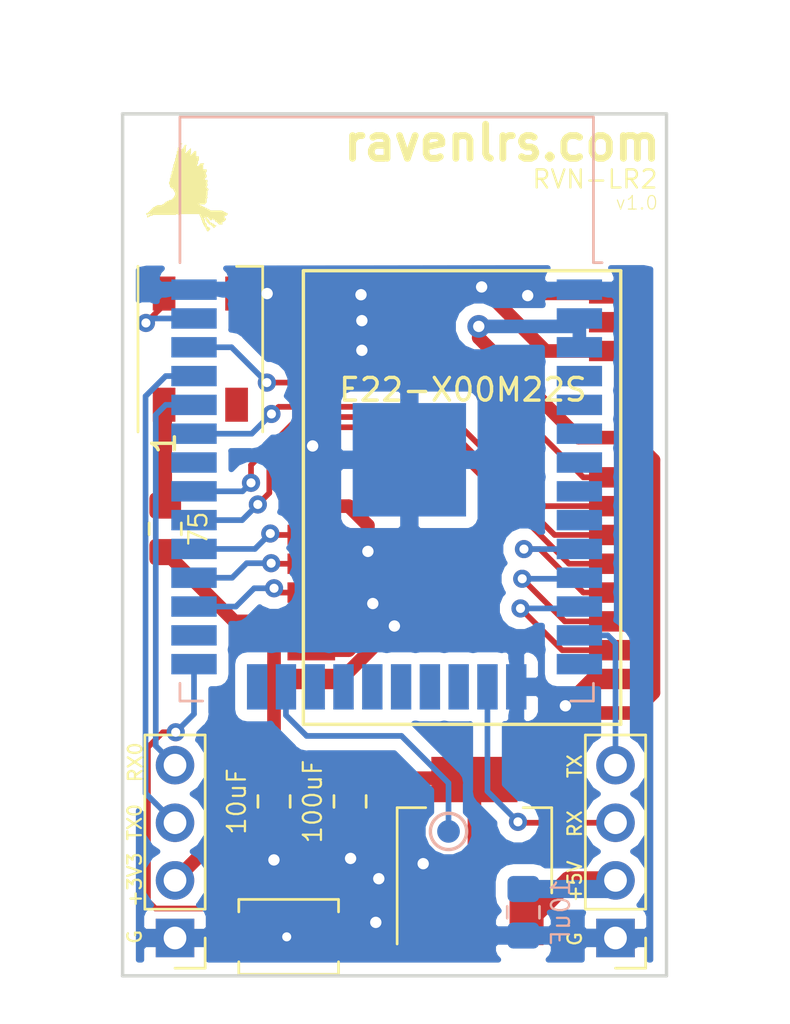
<source format=kicad_pcb>
(kicad_pcb (version 20171130) (host pcbnew "(5.0.1-3-g963ef8bb5)")

  (general
    (thickness 1.6)
    (drawings 17)
    (tracks 186)
    (zones 0)
    (modules 13)
    (nets 22)
  )

  (page A4)
  (layers
    (0 F.Cu signal)
    (31 B.Cu signal)
    (32 B.Adhes user hide)
    (33 F.Adhes user hide)
    (34 B.Paste user hide)
    (35 F.Paste user hide)
    (36 B.SilkS user)
    (37 F.SilkS user)
    (38 B.Mask user hide)
    (39 F.Mask user hide)
    (40 Dwgs.User user hide)
    (41 Cmts.User user hide)
    (42 Eco1.User user)
    (43 Eco2.User user hide)
    (44 Edge.Cuts user)
    (45 Margin user hide)
    (46 B.CrtYd user hide)
    (47 F.CrtYd user hide)
    (48 B.Fab user hide)
    (49 F.Fab user)
  )

  (setup
    (last_trace_width 0.25)
    (trace_clearance 0.2)
    (zone_clearance 0.508)
    (zone_45_only yes)
    (trace_min 0.2)
    (segment_width 0.15)
    (edge_width 0.15)
    (via_size 0.8)
    (via_drill 0.4)
    (via_min_size 0.4)
    (via_min_drill 0.3)
    (uvia_size 0.3)
    (uvia_drill 0.1)
    (uvias_allowed no)
    (uvia_min_size 0.2)
    (uvia_min_drill 0.1)
    (pcb_text_width 0.3)
    (pcb_text_size 1.5 1.5)
    (mod_edge_width 0.15)
    (mod_text_size 1 1)
    (mod_text_width 0.15)
    (pad_size 1.524 1.524)
    (pad_drill 0.762)
    (pad_to_mask_clearance 0.2)
    (solder_mask_min_width 0.25)
    (aux_axis_origin 0 0)
    (visible_elements FFFFFF7F)
    (pcbplotparams
      (layerselection 0x010f0_ffffffff)
      (usegerberextensions true)
      (usegerberattributes false)
      (usegerberadvancedattributes false)
      (creategerberjobfile false)
      (excludeedgelayer true)
      (linewidth 0.100000)
      (plotframeref false)
      (viasonmask false)
      (mode 1)
      (useauxorigin true)
      (hpglpennumber 1)
      (hpglpenspeed 20)
      (hpglpendiameter 15.000000)
      (psnegative false)
      (psa4output false)
      (plotreference true)
      (plotvalue true)
      (plotinvisibletext false)
      (padsonsilk false)
      (subtractmaskfromsilk false)
      (outputformat 1)
      (mirror false)
      (drillshape 0)
      (scaleselection 1)
      (outputdirectory "gerbers/Raven_RX_LR2"))
  )

  (net 0 "")
  (net 1 GND)
  (net 2 VCC)
  (net 3 TX0)
  (net 4 RX0)
  (net 5 +3V3)
  (net 6 IO14=TX)
  (net 7 IO13=RX)
  (net 8 IO0=SW1)
  (net 9 IO16=DIO2)
  (net 10 IO15=A)
  (net 11 IO25=NRST)
  (net 12 IO26=BUSY)
  (net 13 IO27=DIO1)
  (net 14 IO17=TXEN)
  (net 15 IO5=RXEN)
  (net 16 IO18=MISO)
  (net 17 IO19=MOSI)
  (net 18 IO21=SCK)
  (net 19 IO22=NSS)
  (net 20 IO23=RGBLED)
  (net 21 /LED_VDD)

  (net_class Default "This is the default net class."
    (clearance 0.2)
    (trace_width 0.25)
    (via_dia 0.8)
    (via_drill 0.4)
    (uvia_dia 0.3)
    (uvia_drill 0.1)
    (add_net IO0=SW1)
    (add_net IO13=RX)
    (add_net IO14=TX)
    (add_net IO15=A)
    (add_net IO16=DIO2)
    (add_net IO17=TXEN)
    (add_net IO18=MISO)
    (add_net IO19=MOSI)
    (add_net IO21=SCK)
    (add_net IO22=NSS)
    (add_net IO23=RGBLED)
    (add_net IO25=NRST)
    (add_net IO26=BUSY)
    (add_net IO27=DIO1)
    (add_net IO5=RXEN)
    (add_net RX0)
    (add_net TX0)
  )

  (net_class Power ""
    (clearance 0.2)
    (trace_width 0.6)
    (via_dia 1)
    (via_drill 0.5)
    (uvia_dia 0.3)
    (uvia_drill 0.1)
    (add_net +3V3)
    (add_net /LED_VDD)
    (add_net GND)
  )

  (net_class PowerVCC ""
    (clearance 0.2)
    (trace_width 0.8)
    (via_dia 1)
    (via_drill 0.5)
    (uvia_dia 0.3)
    (uvia_drill 0.1)
    (add_net VCC)
  )

  (module Capacitor_SMD:C_0805_2012Metric_Pad1.15x1.40mm_HandSolder (layer B.Cu) (tedit 5BBE2596) (tstamp 5BCA7873)
    (at 35.9156 51.7488 270)
    (descr "Capacitor SMD 0805 (2012 Metric), square (rectangular) end terminal, IPC_7351 nominal with elongated pad for handsoldering. (Body size source: https://docs.google.com/spreadsheets/d/1BsfQQcO9C6DZCsRaXUlFlo91Tg2WpOkGARC1WS5S8t0/edit?usp=sharing), generated with kicad-footprint-generator")
    (tags "capacitor handsolder")
    (path /5B867E2E)
    (attr smd)
    (fp_text reference C1 (at 0 1.65 270) (layer B.SilkS) hide
      (effects (font (size 1 1) (thickness 0.15)) (justify mirror))
    )
    (fp_text value 10uF (at 0 -1.65 270) (layer B.SilkS)
      (effects (font (size 0.8 0.8) (thickness 0.1)) (justify mirror))
    )
    (fp_line (start -1 -0.6) (end -1 0.6) (layer B.Fab) (width 0.1))
    (fp_line (start -1 0.6) (end 1 0.6) (layer B.Fab) (width 0.1))
    (fp_line (start 1 0.6) (end 1 -0.6) (layer B.Fab) (width 0.1))
    (fp_line (start 1 -0.6) (end -1 -0.6) (layer B.Fab) (width 0.1))
    (fp_line (start -0.261252 0.71) (end 0.261252 0.71) (layer B.SilkS) (width 0.12))
    (fp_line (start -0.261252 -0.71) (end 0.261252 -0.71) (layer B.SilkS) (width 0.12))
    (fp_line (start -1.85 -0.95) (end -1.85 0.95) (layer B.CrtYd) (width 0.05))
    (fp_line (start -1.85 0.95) (end 1.85 0.95) (layer B.CrtYd) (width 0.05))
    (fp_line (start 1.85 0.95) (end 1.85 -0.95) (layer B.CrtYd) (width 0.05))
    (fp_line (start 1.85 -0.95) (end -1.85 -0.95) (layer B.CrtYd) (width 0.05))
    (fp_text user %R (at 0 0 270) (layer B.Fab)
      (effects (font (size 0.5 0.5) (thickness 0.08)) (justify mirror))
    )
    (pad 1 smd roundrect (at -1.025 0 270) (size 1.15 1.4) (layers B.Cu B.Paste B.Mask) (roundrect_rratio 0.217391)
      (net 2 VCC))
    (pad 2 smd roundrect (at 1.025 0 270) (size 1.15 1.4) (layers B.Cu B.Paste B.Mask) (roundrect_rratio 0.217391)
      (net 1 GND))
    (model ${KISYS3DMOD}/Capacitor_SMD.3dshapes/C_0805_2012Metric.wrl
      (at (xyz 0 0 0))
      (scale (xyz 1 1 1))
      (rotate (xyz 0 0 0))
    )
  )

  (module Capacitor_SMD:C_0805_2012Metric_Pad1.15x1.40mm_HandSolder (layer F.Cu) (tedit 5BBE259E) (tstamp 5BCA8FE9)
    (at 24.9174 46.863 270)
    (descr "Capacitor SMD 0805 (2012 Metric), square (rectangular) end terminal, IPC_7351 nominal with elongated pad for handsoldering. (Body size source: https://docs.google.com/spreadsheets/d/1BsfQQcO9C6DZCsRaXUlFlo91Tg2WpOkGARC1WS5S8t0/edit?usp=sharing), generated with kicad-footprint-generator")
    (tags "capacitor handsolder")
    (path /5B867E88)
    (attr smd)
    (fp_text reference C2 (at 0 -1.65 270) (layer F.SilkS) hide
      (effects (font (size 1 1) (thickness 0.15)))
    )
    (fp_text value 10uF (at 0 1.65 270) (layer F.SilkS)
      (effects (font (size 0.8 0.8) (thickness 0.1)))
    )
    (fp_text user %R (at 0 0 270) (layer F.Fab)
      (effects (font (size 0.5 0.5) (thickness 0.08)))
    )
    (fp_line (start 1.85 0.95) (end -1.85 0.95) (layer F.CrtYd) (width 0.05))
    (fp_line (start 1.85 -0.95) (end 1.85 0.95) (layer F.CrtYd) (width 0.05))
    (fp_line (start -1.85 -0.95) (end 1.85 -0.95) (layer F.CrtYd) (width 0.05))
    (fp_line (start -1.85 0.95) (end -1.85 -0.95) (layer F.CrtYd) (width 0.05))
    (fp_line (start -0.261252 0.71) (end 0.261252 0.71) (layer F.SilkS) (width 0.12))
    (fp_line (start -0.261252 -0.71) (end 0.261252 -0.71) (layer F.SilkS) (width 0.12))
    (fp_line (start 1 0.6) (end -1 0.6) (layer F.Fab) (width 0.1))
    (fp_line (start 1 -0.6) (end 1 0.6) (layer F.Fab) (width 0.1))
    (fp_line (start -1 -0.6) (end 1 -0.6) (layer F.Fab) (width 0.1))
    (fp_line (start -1 0.6) (end -1 -0.6) (layer F.Fab) (width 0.1))
    (pad 2 smd roundrect (at 1.025 0 270) (size 1.15 1.4) (layers F.Cu F.Paste F.Mask) (roundrect_rratio 0.217391)
      (net 1 GND))
    (pad 1 smd roundrect (at -1.025 0 270) (size 1.15 1.4) (layers F.Cu F.Paste F.Mask) (roundrect_rratio 0.217391)
      (net 5 +3V3))
    (model ${KISYS3DMOD}/Capacitor_SMD.3dshapes/C_0805_2012Metric.wrl
      (at (xyz 0 0 0))
      (scale (xyz 1 1 1))
      (rotate (xyz 0 0 0))
    )
  )

  (module Capacitor_SMD:C_0805_2012Metric_Pad1.15x1.40mm_HandSolder (layer F.Cu) (tedit 5BBE259A) (tstamp 5BCA9019)
    (at 28.2702 46.863 270)
    (descr "Capacitor SMD 0805 (2012 Metric), square (rectangular) end terminal, IPC_7351 nominal with elongated pad for handsoldering. (Body size source: https://docs.google.com/spreadsheets/d/1BsfQQcO9C6DZCsRaXUlFlo91Tg2WpOkGARC1WS5S8t0/edit?usp=sharing), generated with kicad-footprint-generator")
    (tags "capacitor handsolder")
    (path /5BA8B585)
    (attr smd)
    (fp_text reference C3 (at 0 -1.65 270) (layer F.SilkS) hide
      (effects (font (size 1 1) (thickness 0.15)))
    )
    (fp_text value 100uF (at 0 1.65 270) (layer F.SilkS)
      (effects (font (size 0.8 0.8) (thickness 0.1)))
    )
    (fp_line (start -1 0.6) (end -1 -0.6) (layer F.Fab) (width 0.1))
    (fp_line (start -1 -0.6) (end 1 -0.6) (layer F.Fab) (width 0.1))
    (fp_line (start 1 -0.6) (end 1 0.6) (layer F.Fab) (width 0.1))
    (fp_line (start 1 0.6) (end -1 0.6) (layer F.Fab) (width 0.1))
    (fp_line (start -0.261252 -0.71) (end 0.261252 -0.71) (layer F.SilkS) (width 0.12))
    (fp_line (start -0.261252 0.71) (end 0.261252 0.71) (layer F.SilkS) (width 0.12))
    (fp_line (start -1.85 0.95) (end -1.85 -0.95) (layer F.CrtYd) (width 0.05))
    (fp_line (start -1.85 -0.95) (end 1.85 -0.95) (layer F.CrtYd) (width 0.05))
    (fp_line (start 1.85 -0.95) (end 1.85 0.95) (layer F.CrtYd) (width 0.05))
    (fp_line (start 1.85 0.95) (end -1.85 0.95) (layer F.CrtYd) (width 0.05))
    (fp_text user %R (at 0 0 270) (layer F.Fab)
      (effects (font (size 0.5 0.5) (thickness 0.08)))
    )
    (pad 1 smd roundrect (at -1.025 0 270) (size 1.15 1.4) (layers F.Cu F.Paste F.Mask) (roundrect_rratio 0.217391)
      (net 5 +3V3))
    (pad 2 smd roundrect (at 1.025 0 270) (size 1.15 1.4) (layers F.Cu F.Paste F.Mask) (roundrect_rratio 0.217391)
      (net 1 GND))
    (model ${KISYS3DMOD}/Capacitor_SMD.3dshapes/C_0805_2012Metric.wrl
      (at (xyz 0 0 0))
      (scale (xyz 1 1 1))
      (rotate (xyz 0 0 0))
    )
  )

  (module Resistor_SMD:R_0805_2012Metric_Pad1.15x1.40mm_HandSolder (layer F.Cu) (tedit 5BD0949D) (tstamp 5BB52A91)
    (at 20.1168 34.8451 90)
    (descr "Resistor SMD 0805 (2012 Metric), square (rectangular) end terminal, IPC_7351 nominal with elongated pad for handsoldering. (Body size source: https://docs.google.com/spreadsheets/d/1BsfQQcO9C6DZCsRaXUlFlo91Tg2WpOkGARC1WS5S8t0/edit?usp=sharing), generated with kicad-footprint-generator")
    (tags "resistor handsolder")
    (path /5BD0AD5C)
    (attr smd)
    (fp_text reference R1 (at 0 -1.65 90) (layer F.SilkS) hide
      (effects (font (size 1 1) (thickness 0.15)))
    )
    (fp_text value 75 (at 0 1.45 90) (layer F.SilkS)
      (effects (font (size 0.8 0.8) (thickness 0.1)))
    )
    (fp_line (start -1 0.6) (end -1 -0.6) (layer F.Fab) (width 0.1))
    (fp_line (start -1 -0.6) (end 1 -0.6) (layer F.Fab) (width 0.1))
    (fp_line (start 1 -0.6) (end 1 0.6) (layer F.Fab) (width 0.1))
    (fp_line (start 1 0.6) (end -1 0.6) (layer F.Fab) (width 0.1))
    (fp_line (start -0.261252 -0.71) (end 0.261252 -0.71) (layer F.SilkS) (width 0.12))
    (fp_line (start -0.261252 0.71) (end 0.261252 0.71) (layer F.SilkS) (width 0.12))
    (fp_line (start -1.85 0.95) (end -1.85 -0.95) (layer F.CrtYd) (width 0.05))
    (fp_line (start -1.85 -0.95) (end 1.85 -0.95) (layer F.CrtYd) (width 0.05))
    (fp_line (start 1.85 -0.95) (end 1.85 0.95) (layer F.CrtYd) (width 0.05))
    (fp_line (start 1.85 0.95) (end -1.85 0.95) (layer F.CrtYd) (width 0.05))
    (fp_text user %R (at 0 0 90) (layer F.Fab)
      (effects (font (size 0.5 0.5) (thickness 0.08)))
    )
    (pad 1 smd roundrect (at -1.025 0 90) (size 1.15 1.4) (layers F.Cu F.Paste F.Mask) (roundrect_rratio 0.217391)
      (net 5 +3V3))
    (pad 2 smd roundrect (at 1.025 0 90) (size 1.15 1.4) (layers F.Cu F.Paste F.Mask) (roundrect_rratio 0.217391)
      (net 21 /LED_VDD))
    (model ${KISYS3DMOD}/Resistor_SMD.3dshapes/R_0805_2012Metric.wrl
      (at (xyz 0 0 0))
      (scale (xyz 1 1 1))
      (rotate (xyz 0 0 0))
    )
  )

  (module Package_TO_SOT_SMD:SOT-223-3_TabPin2 (layer F.Cu) (tedit 5BA93F57) (tstamp 5C054F37)
    (at 33.7566 49.047 90)
    (descr "module CMS SOT223 4 pins")
    (tags "CMS SOT")
    (path /5BA97585)
    (attr smd)
    (fp_text reference U3 (at 0 -4.5 90) (layer F.SilkS) hide
      (effects (font (size 1 1) (thickness 0.15)))
    )
    (fp_text value AMS1117-3.3 (at 0 4.5 90) (layer F.Fab)
      (effects (font (size 1 1) (thickness 0.15)))
    )
    (fp_text user %R (at 0 0 180) (layer F.Fab)
      (effects (font (size 0.8 0.8) (thickness 0.12)))
    )
    (fp_line (start 1.91 3.41) (end 1.91 2.15) (layer F.SilkS) (width 0.12))
    (fp_line (start 1.91 -3.41) (end 1.91 -2.15) (layer F.SilkS) (width 0.12))
    (fp_line (start 4.4 -3.6) (end -4.4 -3.6) (layer F.CrtYd) (width 0.05))
    (fp_line (start 4.4 3.6) (end 4.4 -3.6) (layer F.CrtYd) (width 0.05))
    (fp_line (start -4.4 3.6) (end 4.4 3.6) (layer F.CrtYd) (width 0.05))
    (fp_line (start -4.4 -3.6) (end -4.4 3.6) (layer F.CrtYd) (width 0.05))
    (fp_line (start -1.85 -2.35) (end -0.85 -3.35) (layer F.Fab) (width 0.1))
    (fp_line (start -1.85 -2.35) (end -1.85 3.35) (layer F.Fab) (width 0.1))
    (fp_line (start -1.85 3.41) (end 1.91 3.41) (layer F.SilkS) (width 0.12))
    (fp_line (start -0.85 -3.35) (end 1.85 -3.35) (layer F.Fab) (width 0.1))
    (fp_line (start -4.1 -3.41) (end 1.91 -3.41) (layer F.SilkS) (width 0.12))
    (fp_line (start -1.85 3.35) (end 1.85 3.35) (layer F.Fab) (width 0.1))
    (fp_line (start 1.85 -3.35) (end 1.85 3.35) (layer F.Fab) (width 0.1))
    (pad 2 smd rect (at 3.15 0 90) (size 2 3.8) (layers F.Cu F.Paste F.Mask)
      (net 5 +3V3))
    (pad 2 smd rect (at -3.15 0 90) (size 2 1.5) (layers F.Cu F.Paste F.Mask)
      (net 5 +3V3))
    (pad 3 smd rect (at -3.15 2.3 90) (size 2 1.5) (layers F.Cu F.Paste F.Mask)
      (net 2 VCC))
    (pad 1 smd rect (at -3.15 -2.3 90) (size 2 1.5) (layers F.Cu F.Paste F.Mask)
      (net 1 GND))
    (model ${KISYS3DMOD}/Package_TO_SOT_SMD.3dshapes/SOT-223.wrl
      (at (xyz 0 0 0))
      (scale (xyz 1 1 1))
      (rotate (xyz 0 0 0))
    )
  )

  (module Connector_PinHeader_2.54mm:PinHeader_1x04_P2.54mm_Vertical (layer F.Cu) (tedit 5BBFC8E9) (tstamp 5BD87728)
    (at 39.9796 52.8828 180)
    (descr "Through hole straight pin header, 1x04, 2.54mm pitch, single row")
    (tags "Through hole pin header THT 1x04 2.54mm single row")
    (path /5B8677DB)
    (fp_text reference J1 (at 0 -2.33 180) (layer F.SilkS) hide
      (effects (font (size 1 1) (thickness 0.15)))
    )
    (fp_text value Conn_01x04_Female (at 0 9.95 180) (layer F.Fab)
      (effects (font (size 1 1) (thickness 0.15)))
    )
    (fp_line (start -0.635 -1.27) (end 1.27 -1.27) (layer F.Fab) (width 0.1))
    (fp_line (start 1.27 -1.27) (end 1.27 8.89) (layer F.Fab) (width 0.1))
    (fp_line (start 1.27 8.89) (end -1.27 8.89) (layer F.Fab) (width 0.1))
    (fp_line (start -1.27 8.89) (end -1.27 -0.635) (layer F.Fab) (width 0.1))
    (fp_line (start -1.27 -0.635) (end -0.635 -1.27) (layer F.Fab) (width 0.1))
    (fp_line (start -1.33 8.95) (end 1.33 8.95) (layer F.SilkS) (width 0.12))
    (fp_line (start -1.33 1.27) (end -1.33 8.95) (layer F.SilkS) (width 0.12))
    (fp_line (start 1.33 1.27) (end 1.33 8.95) (layer F.SilkS) (width 0.12))
    (fp_line (start -1.33 1.27) (end 1.33 1.27) (layer F.SilkS) (width 0.12))
    (fp_line (start -1.33 0) (end -1.33 -1.33) (layer F.SilkS) (width 0.12))
    (fp_line (start -1.33 -1.33) (end 0 -1.33) (layer F.SilkS) (width 0.12))
    (fp_line (start -1.8 -1.8) (end -1.8 9.4) (layer F.CrtYd) (width 0.05))
    (fp_line (start -1.8 9.4) (end 1.8 9.4) (layer F.CrtYd) (width 0.05))
    (fp_line (start 1.8 9.4) (end 1.8 -1.8) (layer F.CrtYd) (width 0.05))
    (fp_line (start 1.8 -1.8) (end -1.8 -1.8) (layer F.CrtYd) (width 0.05))
    (fp_text user %R (at 0 3.81 270) (layer F.Fab)
      (effects (font (size 1 1) (thickness 0.15)))
    )
    (pad 1 thru_hole rect (at 0 0 180) (size 1.7 1.7) (drill 1) (layers *.Cu *.Mask)
      (net 1 GND))
    (pad 2 thru_hole oval (at 0 2.54 180) (size 1.7 1.7) (drill 1) (layers *.Cu *.Mask)
      (net 2 VCC))
    (pad 3 thru_hole oval (at 0 5.08 180) (size 1.7 1.7) (drill 1) (layers *.Cu *.Mask)
      (net 7 IO13=RX))
    (pad 4 thru_hole oval (at 0 7.62 180) (size 1.7 1.7) (drill 1) (layers *.Cu *.Mask)
      (net 6 IO14=TX))
    (model ${KISYS3DMOD}/Connector_PinHeader_2.54mm.3dshapes/PinHeader_1x04_P2.54mm_Vertical.wrl
      (at (xyz 0 0 0))
      (scale (xyz 1 1 1))
      (rotate (xyz 0 0 0))
    )
  )

  (module Connector_PinHeader_2.54mm:PinHeader_1x04_P2.54mm_Vertical (layer F.Cu) (tedit 5BBFC8E4) (tstamp 5BD8773F)
    (at 20.5486 52.8828 180)
    (descr "Through hole straight pin header, 1x04, 2.54mm pitch, single row")
    (tags "Through hole pin header THT 1x04 2.54mm single row")
    (path /5BBFFFE5)
    (fp_text reference J2 (at 0 -2.33 180) (layer F.SilkS) hide
      (effects (font (size 1 1) (thickness 0.15)))
    )
    (fp_text value Conn_01x04_Female (at 0 9.95 180) (layer F.Fab)
      (effects (font (size 1 1) (thickness 0.15)))
    )
    (fp_text user %R (at 0 3.81 270) (layer F.Fab)
      (effects (font (size 1 1) (thickness 0.15)))
    )
    (fp_line (start 1.8 -1.8) (end -1.8 -1.8) (layer F.CrtYd) (width 0.05))
    (fp_line (start 1.8 9.4) (end 1.8 -1.8) (layer F.CrtYd) (width 0.05))
    (fp_line (start -1.8 9.4) (end 1.8 9.4) (layer F.CrtYd) (width 0.05))
    (fp_line (start -1.8 -1.8) (end -1.8 9.4) (layer F.CrtYd) (width 0.05))
    (fp_line (start -1.33 -1.33) (end 0 -1.33) (layer F.SilkS) (width 0.12))
    (fp_line (start -1.33 0) (end -1.33 -1.33) (layer F.SilkS) (width 0.12))
    (fp_line (start -1.33 1.27) (end 1.33 1.27) (layer F.SilkS) (width 0.12))
    (fp_line (start 1.33 1.27) (end 1.33 8.95) (layer F.SilkS) (width 0.12))
    (fp_line (start -1.33 1.27) (end -1.33 8.95) (layer F.SilkS) (width 0.12))
    (fp_line (start -1.33 8.95) (end 1.33 8.95) (layer F.SilkS) (width 0.12))
    (fp_line (start -1.27 -0.635) (end -0.635 -1.27) (layer F.Fab) (width 0.1))
    (fp_line (start -1.27 8.89) (end -1.27 -0.635) (layer F.Fab) (width 0.1))
    (fp_line (start 1.27 8.89) (end -1.27 8.89) (layer F.Fab) (width 0.1))
    (fp_line (start 1.27 -1.27) (end 1.27 8.89) (layer F.Fab) (width 0.1))
    (fp_line (start -0.635 -1.27) (end 1.27 -1.27) (layer F.Fab) (width 0.1))
    (pad 4 thru_hole oval (at 0 7.62 180) (size 1.7 1.7) (drill 1) (layers *.Cu *.Mask)
      (net 4 RX0))
    (pad 3 thru_hole oval (at 0 5.08 180) (size 1.7 1.7) (drill 1) (layers *.Cu *.Mask)
      (net 3 TX0))
    (pad 2 thru_hole oval (at 0 2.54 180) (size 1.7 1.7) (drill 1) (layers *.Cu *.Mask)
      (net 5 +3V3))
    (pad 1 thru_hole rect (at 0 0 180) (size 1.7 1.7) (drill 1) (layers *.Cu *.Mask)
      (net 1 GND))
    (model ${KISYS3DMOD}/Connector_PinHeader_2.54mm.3dshapes/PinHeader_1x04_P2.54mm_Vertical.wrl
      (at (xyz 0 0 0))
      (scale (xyz 1 1 1))
      (rotate (xyz 0 0 0))
    )
  )

  (module LED_SMD:LED_WS2812B_PLCC4_5.0x5.0mm_P3.2mm (layer F.Cu) (tedit 5BD08E88) (tstamp 5BDC9A31)
    (at 21.666 26.9229 90)
    (descr https://cdn-shop.adafruit.com/datasheets/WS2812B.pdf)
    (tags "LED RGB NeoPixel")
    (path /5BD0A9C5)
    (attr smd)
    (fp_text reference D1 (at 0 -3.5 90) (layer F.SilkS) hide
      (effects (font (size 1 1) (thickness 0.15)))
    )
    (fp_text value WS2812B (at 0 4 90) (layer F.Fab)
      (effects (font (size 1 1) (thickness 0.15)))
    )
    (fp_text user 1 (at -4.15 -1.6 90) (layer F.SilkS)
      (effects (font (size 1 1) (thickness 0.15)))
    )
    (fp_text user %R (at 0 0 90) (layer F.Fab)
      (effects (font (size 0.8 0.8) (thickness 0.15)))
    )
    (fp_line (start 3.45 -2.75) (end -3.45 -2.75) (layer F.CrtYd) (width 0.05))
    (fp_line (start 3.45 2.75) (end 3.45 -2.75) (layer F.CrtYd) (width 0.05))
    (fp_line (start -3.45 2.75) (end 3.45 2.75) (layer F.CrtYd) (width 0.05))
    (fp_line (start -3.45 -2.75) (end -3.45 2.75) (layer F.CrtYd) (width 0.05))
    (fp_line (start 2.5 1.5) (end 1.5 2.5) (layer F.Fab) (width 0.1))
    (fp_line (start -2.5 -2.5) (end -2.5 2.5) (layer F.Fab) (width 0.1))
    (fp_line (start -2.5 2.5) (end 2.5 2.5) (layer F.Fab) (width 0.1))
    (fp_line (start 2.5 2.5) (end 2.5 -2.5) (layer F.Fab) (width 0.1))
    (fp_line (start 2.5 -2.5) (end -2.5 -2.5) (layer F.Fab) (width 0.1))
    (fp_line (start -3.65 -2.75) (end 3.65 -2.75) (layer F.SilkS) (width 0.12))
    (fp_line (start -3.65 2.75) (end 3.65 2.75) (layer F.SilkS) (width 0.12))
    (fp_line (start 3.65 2.75) (end 3.65 1.6) (layer F.SilkS) (width 0.12))
    (fp_circle (center 0 0) (end 0 -2) (layer F.Fab) (width 0.1))
    (pad 3 smd rect (at 2.45 1.6 90) (size 1.5 1) (layers F.Cu F.Paste F.Mask)
      (net 1 GND))
    (pad 4 smd rect (at 2.45 -1.6 90) (size 1.5 1) (layers F.Cu F.Paste F.Mask)
      (net 20 IO23=RGBLED))
    (pad 2 smd rect (at -2.45 1.6 90) (size 1.5 1) (layers F.Cu F.Paste F.Mask))
    (pad 1 smd rect (at -2.45 -1.6 90) (size 1.5 1) (layers F.Cu F.Paste F.Mask)
      (net 21 /LED_VDD))
    (model ${KISYS3DMOD}/LED_SMD.3dshapes/LED_WS2812B_PLCC4_5.0x5.0mm_P3.2mm.wrl
      (at (xyz 0 0 0))
      (scale (xyz 1 1 1))
      (rotate (xyz 0 0 0))
    )
    (model ${KIPRJMOD}/../Raven.3dshapes/WS2812_RGB_LED.step
      (at (xyz 0 0 0))
      (scale (xyz 1 1 1))
      (rotate (xyz 0 0 0))
    )
  )

  (module Raven:E22-X00M22S (layer F.Cu) (tedit 5BD08E5E) (tstamp 5BDC998E)
    (at 33.2105 33.4645 180)
    (path /5BD0940F)
    (fp_text reference U2 (at -0.00762 -11.68908 180) (layer F.SilkS) hide
      (effects (font (size 1 1) (thickness 0.15)))
    )
    (fp_text value E22-X00M22S (at -0.0381 4.7498 180) (layer F.SilkS)
      (effects (font (size 1 1) (thickness 0.15)))
    )
    (fp_line (start -7 -10) (end 7 -10) (layer F.SilkS) (width 0.15))
    (fp_line (start -7 10) (end 7 10) (layer F.SilkS) (width 0.15))
    (fp_line (start -7 -10) (end -7 10) (layer F.SilkS) (width 0.15))
    (fp_line (start 7 -10) (end 7 10) (layer F.SilkS) (width 0.15))
    (pad 1 smd rect (at 6.65 9 180) (size 2.1 0.9) (layers F.Cu F.Paste F.Mask)
      (net 1 GND))
    (pad 2 smd rect (at 6.65 7.73 180) (size 2.1 0.9) (layers F.Cu F.Paste F.Mask)
      (net 1 GND))
    (pad 3 smd rect (at 6.65 6.46 180) (size 2.1 0.9) (layers F.Cu F.Paste F.Mask)
      (net 1 GND))
    (pad 11 smd rect (at 6.65 -8 180) (size 2.1 0.9) (layers F.Cu F.Paste F.Mask)
      (net 1 GND))
    (pad 10 smd rect (at 6.65 -6.73 180) (size 2.1 0.9) (layers F.Cu F.Paste F.Mask)
      (net 1 GND))
    (pad 9 smd rect (at 6.65 -5.46 180) (size 2.1 0.9) (layers F.Cu F.Paste F.Mask)
      (net 5 +3V3))
    (pad 8 smd rect (at 6.65 -4.19 180) (size 2.1 0.9) (layers F.Cu F.Paste F.Mask)
      (net 9 IO16=DIO2))
    (pad 7 smd rect (at 6.65 -2.92 180) (size 2.1 0.9) (layers F.Cu F.Paste F.Mask)
      (net 14 IO17=TXEN))
    (pad 6 smd rect (at 6.65 -1.65 180) (size 2.1 0.9) (layers F.Cu F.Paste F.Mask)
      (net 15 IO5=RXEN))
    (pad 5 smd rect (at 6.65 -0.38 180) (size 2.1 0.9) (layers F.Cu F.Paste F.Mask)
      (net 1 GND))
    (pad 4 smd rect (at 6.65 0.89 180) (size 2.1 0.9) (layers F.Cu F.Paste F.Mask)
      (net 1 GND))
    (pad 19 smd rect (at -6.65 0.89 180) (size 2.1 0.9) (layers F.Cu F.Paste F.Mask)
      (net 19 IO22=NSS))
    (pad 12 smd rect (at -6.65 -8 180) (size 2.1 0.9) (layers F.Cu F.Paste F.Mask)
      (net 1 GND))
    (pad 13 smd rect (at -6.65 -6.73 180) (size 2.1 0.9) (layers F.Cu F.Paste F.Mask)
      (net 13 IO27=DIO1))
    (pad 16 smd rect (at -6.65 -2.92 180) (size 2.1 0.9) (layers F.Cu F.Paste F.Mask)
      (net 16 IO18=MISO))
    (pad 17 smd rect (at -6.65 -1.65 180) (size 2.1 0.9) (layers F.Cu F.Paste F.Mask)
      (net 17 IO19=MOSI))
    (pad 18 smd rect (at -6.65 -0.38 180) (size 2.1 0.9) (layers F.Cu F.Paste F.Mask)
      (net 18 IO21=SCK))
    (pad 22 smd rect (at -6.65 9 180) (size 2.1 0.9) (layers F.Cu F.Paste F.Mask)
      (net 1 GND))
    (pad 15 smd rect (at -6.65 -4.19 180) (size 2.1 0.9) (layers F.Cu F.Paste F.Mask)
      (net 11 IO25=NRST))
    (pad 21 smd rect (at -6.65 7.73 180) (size 2.1 0.9) (layers F.Cu F.Paste F.Mask))
    (pad 14 smd rect (at -6.65 -5.46 180) (size 2.1 0.9) (layers F.Cu F.Paste F.Mask)
      (net 12 IO26=BUSY))
    (pad 20 smd rect (at -6.65 6.46 180) (size 2.1 0.9) (layers F.Cu F.Paste F.Mask)
      (net 1 GND))
  )

  (module Raven:Raven_Logo (layer F.Cu) (tedit 0) (tstamp 5BDCCED2)
    (at 21.0566 19.7866)
    (fp_text reference G*** (at 0 0) (layer F.SilkS) hide
      (effects (font (size 1.524 1.524) (thickness 0.3)))
    )
    (fp_text value LOGO (at 0.75 0) (layer F.SilkS) hide
      (effects (font (size 1.524 1.524) (thickness 0.3)))
    )
    (fp_poly (pts (xy -0.208069 -1.939012) (xy -0.196674 -1.935828) (xy -0.192789 -1.928116) (xy -0.192424 -1.920394)
      (xy -0.195603 -1.905746) (xy -0.208121 -1.901232) (xy -0.211667 -1.901151) (xy -0.230909 -1.901151)
      (xy -0.230909 -1.747212) (xy -0.250152 -1.747212) (xy -0.259939 -1.746492) (xy -0.265676 -1.742172)
      (xy -0.268444 -1.731009) (xy -0.269323 -1.70976) (xy -0.269394 -1.689484) (xy -0.269154 -1.660122)
      (xy -0.267714 -1.64291) (xy -0.263993 -1.634607) (xy -0.25691 -1.631969) (xy -0.250152 -1.631757)
      (xy -0.235504 -1.634936) (xy -0.23099 -1.647454) (xy -0.230909 -1.651) (xy -0.22773 -1.665647)
      (xy -0.215213 -1.670161) (xy -0.211667 -1.670242) (xy -0.197019 -1.673421) (xy -0.192506 -1.685938)
      (xy -0.192424 -1.689484) (xy -0.189245 -1.704132) (xy -0.176728 -1.708646) (xy -0.173182 -1.708727)
      (xy -0.158534 -1.711906) (xy -0.154021 -1.724423) (xy -0.153939 -1.727969) (xy -0.15076 -1.742617)
      (xy -0.138243 -1.74713) (xy -0.134697 -1.747212) (xy -0.123277 -1.748459) (xy -0.11758 -1.754827)
      (xy -0.115637 -1.770252) (xy -0.115455 -1.785697) (xy -0.114831 -1.808537) (xy -0.111647 -1.819931)
      (xy -0.103935 -1.823817) (xy -0.096212 -1.824181) (xy -0.081565 -1.82736) (xy -0.077051 -1.839878)
      (xy -0.07697 -1.843424) (xy -0.075722 -1.854844) (xy -0.069354 -1.860541) (xy -0.05393 -1.862484)
      (xy -0.038485 -1.862666) (xy -0.015645 -1.862042) (xy -0.00425 -1.858859) (xy -0.000365 -1.851146)
      (xy 0 -1.843424) (xy -0.003179 -1.828776) (xy -0.015696 -1.824263) (xy -0.019242 -1.824181)
      (xy -0.038485 -1.824181) (xy -0.038485 -1.554787) (xy -0.057727 -1.554787) (xy -0.072375 -1.551608)
      (xy -0.076889 -1.539091) (xy -0.07697 -1.535545) (xy -0.075722 -1.524125) (xy -0.069354 -1.518428)
      (xy -0.05393 -1.516485) (xy -0.038485 -1.516303) (xy -0.015645 -1.516926) (xy -0.00425 -1.52011)
      (xy -0.000365 -1.527823) (xy 0 -1.535545) (xy 0.003179 -1.550192) (xy 0.015696 -1.554706)
      (xy 0.019242 -1.554787) (xy 0.03389 -1.557967) (xy 0.038404 -1.570484) (xy 0.038485 -1.57403)
      (xy 0.041664 -1.588677) (xy 0.054181 -1.593191) (xy 0.057727 -1.593272) (xy 0.072375 -1.596451)
      (xy 0.076888 -1.608969) (xy 0.07697 -1.612515) (xy 0.080149 -1.627162) (xy 0.092666 -1.631676)
      (xy 0.096212 -1.631757) (xy 0.110859 -1.634936) (xy 0.115373 -1.647454) (xy 0.115454 -1.651)
      (xy 0.118634 -1.665647) (xy 0.131151 -1.670161) (xy 0.134697 -1.670242) (xy 0.149344 -1.673421)
      (xy 0.153858 -1.685938) (xy 0.153939 -1.689484) (xy 0.157118 -1.704132) (xy 0.169636 -1.708646)
      (xy 0.173182 -1.708727) (xy 0.192424 -1.708727) (xy 0.192424 -1.477818) (xy 0.173182 -1.477818)
      (xy 0.158534 -1.474639) (xy 0.154021 -1.462121) (xy 0.153939 -1.458575) (xy 0.155187 -1.447155)
      (xy 0.161555 -1.441458) (xy 0.176979 -1.439515) (xy 0.192424 -1.439333) (xy 0.215265 -1.439957)
      (xy 0.226659 -1.443141) (xy 0.230544 -1.450853) (xy 0.230909 -1.458575) (xy 0.234088 -1.473223)
      (xy 0.246605 -1.477737) (xy 0.250151 -1.477818) (xy 0.264799 -1.480997) (xy 0.269313 -1.493514)
      (xy 0.269394 -1.49706) (xy 0.272573 -1.511708) (xy 0.28509 -1.516221) (xy 0.288636 -1.516303)
      (xy 0.303284 -1.519482) (xy 0.307797 -1.531999) (xy 0.307879 -1.535545) (xy 0.311058 -1.550192)
      (xy 0.323575 -1.554706) (xy 0.327121 -1.554787) (xy 0.341769 -1.557967) (xy 0.346282 -1.570484)
      (xy 0.346364 -1.57403) (xy 0.347611 -1.58545) (xy 0.353979 -1.591147) (xy 0.369404 -1.59309)
      (xy 0.384848 -1.593272) (xy 0.423333 -1.593272) (xy 0.423333 -1.362363) (xy 0.538788 -1.362363)
      (xy 0.538788 -1.169939) (xy 0.500303 -1.169939) (xy 0.500303 -1.016) (xy 0.481061 -1.016)
      (xy 0.46964 -1.014752) (xy 0.463943 -1.008384) (xy 0.462 -0.99296) (xy 0.461818 -0.977515)
      (xy 0.461818 -0.93903) (xy 0.500303 -0.93903) (xy 0.523143 -0.939654) (xy 0.534538 -0.942838)
      (xy 0.538423 -0.95055) (xy 0.538788 -0.958272) (xy 0.541967 -0.97292) (xy 0.554484 -0.977433)
      (xy 0.55803 -0.977515) (xy 0.572678 -0.980694) (xy 0.577191 -0.993211) (xy 0.577273 -0.996757)
      (xy 0.580452 -1.011405) (xy 0.592969 -1.015918) (xy 0.596515 -1.016) (xy 0.611163 -1.019179)
      (xy 0.615676 -1.031696) (xy 0.615758 -1.035242) (xy 0.615758 -1.054484) (xy 0.769697 -1.054484)
      (xy 0.769697 -1.035242) (xy 0.766518 -1.020595) (xy 0.754001 -1.016081) (xy 0.750454 -1.016)
      (xy 0.731212 -1.016) (xy 0.731212 -0.78509) (xy 0.885151 -0.78509) (xy 0.885151 -0.727363)
      (xy 0.884912 -0.698001) (xy 0.883472 -0.680789) (xy 0.879751 -0.672486) (xy 0.872668 -0.669848)
      (xy 0.865909 -0.669636) (xy 0.856122 -0.668917) (xy 0.850384 -0.664597) (xy 0.847617 -0.653433)
      (xy 0.846737 -0.632184) (xy 0.846667 -0.611909) (xy 0.846906 -0.582546) (xy 0.848346 -0.565335)
      (xy 0.852067 -0.557031) (xy 0.85915 -0.554394) (xy 0.865909 -0.554181) (xy 0.875697 -0.553462)
      (xy 0.881434 -0.549142) (xy 0.884201 -0.537979) (xy 0.885081 -0.51673) (xy 0.885151 -0.496454)
      (xy 0.884912 -0.467092) (xy 0.883472 -0.44988) (xy 0.879751 -0.441577) (xy 0.872668 -0.438939)
      (xy 0.865909 -0.438727) (xy 0.851262 -0.435548) (xy 0.846748 -0.423031) (xy 0.846667 -0.419484)
      (xy 0.843488 -0.404837) (xy 0.83097 -0.400323) (xy 0.827424 -0.400242) (xy 0.816004 -0.398994)
      (xy 0.810307 -0.392627) (xy 0.808364 -0.377202) (xy 0.808182 -0.361757) (xy 0.808182 -0.323272)
      (xy 0.923636 -0.323272) (xy 0.923636 -0.265545) (xy 0.923396 -0.236183) (xy 0.921956 -0.218971)
      (xy 0.918235 -0.210668) (xy 0.911152 -0.20803) (xy 0.904394 -0.207818) (xy 0.889746 -0.204639)
      (xy 0.885233 -0.192121) (xy 0.885151 -0.188575) (xy 0.88833 -0.173928) (xy 0.900848 -0.169414)
      (xy 0.904394 -0.169333) (xy 0.914181 -0.168613) (xy 0.919919 -0.164293) (xy 0.922686 -0.15313)
      (xy 0.923566 -0.131881) (xy 0.923636 -0.111606) (xy 0.923396 -0.082243) (xy 0.921956 -0.065032)
      (xy 0.918235 -0.056728) (xy 0.911152 -0.054091) (xy 0.904394 -0.053878) (xy 0.892974 -0.052631)
      (xy 0.887276 -0.046263) (xy 0.885334 -0.030838) (xy 0.885151 -0.015394) (xy 0.885775 0.007447)
      (xy 0.888959 0.018841) (xy 0.896671 0.022727) (xy 0.904394 0.023091) (xy 0.919041 0.02627)
      (xy 0.923555 0.038788) (xy 0.923636 0.042334) (xy 0.926815 0.056981) (xy 0.939333 0.061495)
      (xy 0.942879 0.061576) (xy 0.954299 0.062824) (xy 0.959996 0.069192) (xy 0.961939 0.084616)
      (xy 0.962121 0.100061) (xy 0.961497 0.122901) (xy 0.958313 0.134296) (xy 0.950601 0.138181)
      (xy 0.942879 0.138546) (xy 0.923636 0.138546) (xy 0.923636 0.369455) (xy 0.904394 0.369455)
      (xy 0.889746 0.372634) (xy 0.885233 0.385151) (xy 0.885151 0.388697) (xy 0.88833 0.403345)
      (xy 0.900848 0.407859) (xy 0.904394 0.40794) (xy 0.915814 0.409188) (xy 0.921511 0.415555)
      (xy 0.923454 0.43098) (xy 0.923636 0.446425) (xy 0.923012 0.469265) (xy 0.919829 0.48066)
      (xy 0.912116 0.484545) (xy 0.904394 0.48491) (xy 0.885151 0.48491) (xy 0.885151 0.677334)
      (xy 0.865909 0.677334) (xy 0.851262 0.680513) (xy 0.846748 0.69303) (xy 0.846667 0.696576)
      (xy 0.843488 0.711224) (xy 0.83097 0.715737) (xy 0.827424 0.715819) (xy 0.812777 0.718998)
      (xy 0.808263 0.731515) (xy 0.808182 0.735061) (xy 0.808182 0.754303) (xy 0.577273 0.754303)
      (xy 0.577273 0.773546) (xy 0.57852 0.784966) (xy 0.584888 0.790663) (xy 0.600313 0.792606)
      (xy 0.615758 0.792788) (xy 0.638598 0.793412) (xy 0.649992 0.796596) (xy 0.653878 0.804308)
      (xy 0.654242 0.812031) (xy 0.65549 0.823451) (xy 0.661858 0.829148) (xy 0.677282 0.831091)
      (xy 0.692727 0.831273) (xy 0.715568 0.831897) (xy 0.726962 0.835081) (xy 0.730847 0.842793)
      (xy 0.731212 0.850516) (xy 0.73246 0.861936) (xy 0.738828 0.867633) (xy 0.754252 0.869576)
      (xy 0.769697 0.869758) (xy 0.792537 0.870382) (xy 0.803932 0.873566) (xy 0.807817 0.881278)
      (xy 0.808182 0.889) (xy 0.809429 0.900421) (xy 0.815797 0.906118) (xy 0.831222 0.908061)
      (xy 0.846667 0.908243) (xy 0.869507 0.908867) (xy 0.880901 0.912051) (xy 0.884787 0.919763)
      (xy 0.885151 0.927485) (xy 0.886399 0.938905) (xy 0.892767 0.944603) (xy 0.908191 0.946545)
      (xy 0.923636 0.946728) (xy 0.946477 0.947352) (xy 0.957871 0.950535) (xy 0.961757 0.958248)
      (xy 0.962121 0.96597) (xy 0.963369 0.97739) (xy 0.969737 0.983088) (xy 0.985161 0.98503)
      (xy 1.000606 0.985213) (xy 1.023446 0.985836) (xy 1.034841 0.98902) (xy 1.038726 0.996733)
      (xy 1.039091 1.004455) (xy 1.039091 1.023697) (xy 1.577879 1.023697) (xy 1.577879 1.04294)
      (xy 1.579126 1.05436) (xy 1.585494 1.060057) (xy 1.600919 1.062) (xy 1.616364 1.062182)
      (xy 1.639204 1.062806) (xy 1.650598 1.06599) (xy 1.654484 1.073702) (xy 1.654848 1.081425)
      (xy 1.656096 1.092845) (xy 1.662464 1.098542) (xy 1.677888 1.100485) (xy 1.693333 1.100667)
      (xy 1.716174 1.101291) (xy 1.727568 1.104475) (xy 1.731454 1.112187) (xy 1.731818 1.11991)
      (xy 1.733066 1.13133) (xy 1.739434 1.137027) (xy 1.754858 1.13897) (xy 1.770303 1.139152)
      (xy 1.808788 1.139152) (xy 1.808788 1.177637) (xy 1.808164 1.200477) (xy 1.80498 1.211872)
      (xy 1.797268 1.215757) (xy 1.789545 1.216122) (xy 1.774898 1.219301) (xy 1.770384 1.231818)
      (xy 1.770303 1.235364) (xy 1.769055 1.246784) (xy 1.762687 1.252481) (xy 1.747263 1.254424)
      (xy 1.731818 1.254606) (xy 1.708978 1.25523) (xy 1.697583 1.258414) (xy 1.693698 1.266126)
      (xy 1.693333 1.273849) (xy 1.690154 1.288496) (xy 1.677637 1.29301) (xy 1.674091 1.293091)
      (xy 1.659443 1.29627) (xy 1.65493 1.308788) (xy 1.654848 1.312334) (xy 1.658027 1.326981)
      (xy 1.670545 1.331495) (xy 1.674091 1.331576) (xy 1.688738 1.334755) (xy 1.693252 1.347273)
      (xy 1.693333 1.350819) (xy 1.696512 1.365466) (xy 1.70903 1.36998) (xy 1.712576 1.370061)
      (xy 1.723996 1.371309) (xy 1.729693 1.377677) (xy 1.731636 1.393101) (xy 1.731818 1.408546)
      (xy 1.731194 1.431386) (xy 1.72801 1.442781) (xy 1.720298 1.446666) (xy 1.712576 1.447031)
      (xy 1.697928 1.45021) (xy 1.693415 1.462727) (xy 1.693333 1.466273) (xy 1.690154 1.480921)
      (xy 1.677637 1.485434) (xy 1.674091 1.485516) (xy 1.659443 1.488695) (xy 1.65493 1.501212)
      (xy 1.654848 1.504758) (xy 1.653601 1.516178) (xy 1.647233 1.521875) (xy 1.631808 1.523818)
      (xy 1.616364 1.524) (xy 1.577879 1.524) (xy 1.577879 1.639455) (xy 1.423939 1.639455)
      (xy 1.423939 1.620213) (xy 1.42076 1.605565) (xy 1.408243 1.601051) (xy 1.404697 1.60097)
      (xy 1.390049 1.597791) (xy 1.385536 1.585274) (xy 1.385454 1.581728) (xy 1.382275 1.56708)
      (xy 1.369758 1.562567) (xy 1.366212 1.562485) (xy 1.351565 1.559306) (xy 1.347051 1.546789)
      (xy 1.34697 1.543243) (xy 1.345722 1.531823) (xy 1.339354 1.526125) (xy 1.32393 1.524183)
      (xy 1.308485 1.524) (xy 1.27 1.524) (xy 1.27 1.447031) (xy 1.231515 1.447031)
      (xy 1.208675 1.446407) (xy 1.19728 1.443223) (xy 1.193395 1.435511) (xy 1.19303 1.427788)
      (xy 1.191782 1.416368) (xy 1.185415 1.410671) (xy 1.16999 1.408728) (xy 1.154545 1.408546)
      (xy 1.131705 1.40917) (xy 1.12031 1.412354) (xy 1.116425 1.420066) (xy 1.116061 1.427788)
      (xy 1.114813 1.439208) (xy 1.108445 1.444906) (xy 1.093021 1.446848) (xy 1.077576 1.447031)
      (xy 1.054735 1.446407) (xy 1.043341 1.443223) (xy 1.039455 1.435511) (xy 1.039091 1.427788)
      (xy 1.035912 1.413141) (xy 1.023394 1.408627) (xy 1.019848 1.408546) (xy 1.005201 1.405367)
      (xy 1.000687 1.39285) (xy 1.000606 1.389303) (xy 0.997427 1.374656) (xy 0.98491 1.370142)
      (xy 0.981364 1.370061) (xy 0.966716 1.366882) (xy 0.962202 1.354365) (xy 0.962121 1.350819)
      (xy 0.958942 1.336171) (xy 0.946425 1.331657) (xy 0.942879 1.331576) (xy 0.928231 1.328397)
      (xy 0.923718 1.31588) (xy 0.923636 1.312334) (xy 0.920457 1.297686) (xy 0.90794 1.293173)
      (xy 0.904394 1.293091) (xy 0.892974 1.294339) (xy 0.887276 1.300707) (xy 0.885334 1.316131)
      (xy 0.885151 1.331576) (xy 0.885775 1.354417) (xy 0.888959 1.365811) (xy 0.896671 1.369696)
      (xy 0.904394 1.370061) (xy 0.919041 1.37324) (xy 0.923555 1.385757) (xy 0.923636 1.389303)
      (xy 0.926815 1.403951) (xy 0.939333 1.408465) (xy 0.942879 1.408546) (xy 0.957526 1.411725)
      (xy 0.96204 1.424242) (xy 0.962121 1.427788) (xy 0.9653 1.442436) (xy 0.977817 1.446949)
      (xy 0.981364 1.447031) (xy 0.992784 1.448278) (xy 0.998481 1.454646) (xy 1.000424 1.470071)
      (xy 1.000606 1.485516) (xy 1.00123 1.508356) (xy 1.004414 1.51975) (xy 1.012126 1.523636)
      (xy 1.019848 1.524) (xy 1.034496 1.527179) (xy 1.03901 1.539697) (xy 1.039091 1.543243)
      (xy 1.040339 1.554663) (xy 1.046706 1.56036) (xy 1.062131 1.562303) (xy 1.077576 1.562485)
      (xy 1.100416 1.563109) (xy 1.111811 1.566293) (xy 1.115696 1.574005) (xy 1.116061 1.581728)
      (xy 1.117308 1.593148) (xy 1.123676 1.598845) (xy 1.139101 1.600788) (xy 1.154545 1.60097)
      (xy 1.177386 1.601594) (xy 1.18878 1.604778) (xy 1.192666 1.61249) (xy 1.19303 1.620213)
      (xy 1.196209 1.63486) (xy 1.208727 1.639374) (xy 1.212273 1.639455) (xy 1.22692 1.642634)
      (xy 1.231434 1.655151) (xy 1.231515 1.658697) (xy 1.232763 1.670118) (xy 1.239131 1.675815)
      (xy 1.254555 1.677758) (xy 1.27 1.67794) (xy 1.29284 1.678564) (xy 1.304235 1.681748)
      (xy 1.30812 1.68946) (xy 1.308485 1.697182) (xy 1.305306 1.71183) (xy 1.292788 1.716343)
      (xy 1.289242 1.716425) (xy 1.274595 1.719604) (xy 1.270081 1.732121) (xy 1.27 1.735667)
      (xy 1.266821 1.750315) (xy 1.254304 1.754828) (xy 1.250758 1.75491) (xy 1.23611 1.758089)
      (xy 1.231596 1.770606) (xy 1.231515 1.774152) (xy 1.228336 1.788799) (xy 1.215819 1.793313)
      (xy 1.212273 1.793394) (xy 1.197625 1.790215) (xy 1.193111 1.777698) (xy 1.19303 1.774152)
      (xy 1.189851 1.759504) (xy 1.177334 1.754991) (xy 1.173788 1.75491) (xy 1.15914 1.75173)
      (xy 1.154627 1.739213) (xy 1.154545 1.735667) (xy 1.151366 1.72102) (xy 1.138849 1.716506)
      (xy 1.135303 1.716425) (xy 1.120656 1.713246) (xy 1.116142 1.700728) (xy 1.116061 1.697182)
      (xy 1.112881 1.682535) (xy 1.100364 1.678021) (xy 1.096818 1.67794) (xy 1.082171 1.674761)
      (xy 1.077657 1.662243) (xy 1.077576 1.658697) (xy 1.076328 1.647277) (xy 1.06996 1.64158)
      (xy 1.054536 1.639637) (xy 1.039091 1.639455) (xy 1.01625 1.638831) (xy 1.004856 1.635647)
      (xy 1.000971 1.627935) (xy 1.000606 1.620213) (xy 0.997427 1.605565) (xy 0.98491 1.601051)
      (xy 0.981364 1.60097) (xy 0.966716 1.597791) (xy 0.962202 1.585274) (xy 0.962121 1.581728)
      (xy 0.958942 1.56708) (xy 0.946425 1.562567) (xy 0.942879 1.562485) (xy 0.928231 1.559306)
      (xy 0.923718 1.546789) (xy 0.923636 1.543243) (xy 0.920457 1.528595) (xy 0.90794 1.524082)
      (xy 0.904394 1.524) (xy 0.892974 1.522753) (xy 0.887276 1.516385) (xy 0.885334 1.50096)
      (xy 0.885151 1.485516) (xy 0.884528 1.462675) (xy 0.881344 1.451281) (xy 0.873631 1.447395)
      (xy 0.865909 1.447031) (xy 0.854489 1.445783) (xy 0.848792 1.439415) (xy 0.846849 1.423991)
      (xy 0.846667 1.408546) (xy 0.846043 1.385705) (xy 0.842859 1.374311) (xy 0.835147 1.370426)
      (xy 0.827424 1.370061) (xy 0.812777 1.366882) (xy 0.808263 1.354365) (xy 0.808182 1.350819)
      (xy 0.805003 1.336171) (xy 0.792485 1.331657) (xy 0.788939 1.331576) (xy 0.777519 1.332824)
      (xy 0.771822 1.339192) (xy 0.769879 1.354616) (xy 0.769697 1.370061) (xy 0.770321 1.392901)
      (xy 0.773505 1.404296) (xy 0.781217 1.408181) (xy 0.788939 1.408546) (xy 0.808182 1.408546)
      (xy 0.808182 1.562485) (xy 0.827424 1.562485) (xy 0.842072 1.565664) (xy 0.846585 1.578182)
      (xy 0.846667 1.581728) (xy 0.849846 1.596375) (xy 0.862363 1.600889) (xy 0.865909 1.60097)
      (xy 0.875697 1.60169) (xy 0.881434 1.60601) (xy 0.884201 1.617173) (xy 0.885081 1.638422)
      (xy 0.885151 1.658697) (xy 0.885391 1.68806) (xy 0.886831 1.705272) (xy 0.890552 1.713575)
      (xy 0.897635 1.716212) (xy 0.904394 1.716425) (xy 0.919041 1.719604) (xy 0.923555 1.732121)
      (xy 0.923636 1.735667) (xy 0.924884 1.747087) (xy 0.931252 1.752785) (xy 0.946676 1.754727)
      (xy 0.962121 1.75491) (xy 0.984962 1.755533) (xy 0.996356 1.758717) (xy 1.000241 1.766429)
      (xy 1.000606 1.774152) (xy 1.003785 1.788799) (xy 1.016302 1.793313) (xy 1.019848 1.793394)
      (xy 1.031269 1.794642) (xy 1.036966 1.80101) (xy 1.038909 1.816434) (xy 1.039091 1.831879)
      (xy 1.038467 1.85472) (xy 1.035283 1.866114) (xy 1.027571 1.869999) (xy 1.019848 1.870364)
      (xy 1.005201 1.873543) (xy 1.000687 1.88606) (xy 1.000606 1.889606) (xy 0.997427 1.904254)
      (xy 0.98491 1.908768) (xy 0.981364 1.908849) (xy 0.966716 1.912028) (xy 0.962202 1.924545)
      (xy 0.962121 1.928091) (xy 0.958942 1.942739) (xy 0.946425 1.947252) (xy 0.942879 1.947334)
      (xy 0.928231 1.944155) (xy 0.923718 1.931637) (xy 0.923636 1.928091) (xy 0.920457 1.913444)
      (xy 0.90794 1.90893) (xy 0.904394 1.908849) (xy 0.892974 1.907601) (xy 0.887276 1.901233)
      (xy 0.885334 1.885809) (xy 0.885151 1.870364) (xy 0.884528 1.847524) (xy 0.881344 1.836129)
      (xy 0.873631 1.832244) (xy 0.865909 1.831879) (xy 0.854489 1.830631) (xy 0.848792 1.824264)
      (xy 0.846849 1.808839) (xy 0.846667 1.793394) (xy 0.846043 1.770554) (xy 0.842859 1.759159)
      (xy 0.835147 1.755274) (xy 0.827424 1.75491) (xy 0.812777 1.75173) (xy 0.808263 1.739213)
      (xy 0.808182 1.735667) (xy 0.805003 1.72102) (xy 0.792485 1.716506) (xy 0.788939 1.716425)
      (xy 0.777519 1.715177) (xy 0.771822 1.708809) (xy 0.769879 1.693385) (xy 0.769697 1.67794)
      (xy 0.769073 1.655099) (xy 0.765889 1.643705) (xy 0.758177 1.63982) (xy 0.750454 1.639455)
      (xy 0.739034 1.638207) (xy 0.733337 1.631839) (xy 0.731394 1.616415) (xy 0.731212 1.60097)
      (xy 0.730588 1.57813) (xy 0.727404 1.566735) (xy 0.719692 1.56285) (xy 0.71197 1.562485)
      (xy 0.702182 1.561766) (xy 0.696445 1.557446) (xy 0.693677 1.546283) (xy 0.692798 1.525034)
      (xy 0.692727 1.504758) (xy 0.692487 1.475395) (xy 0.691047 1.458184) (xy 0.687326 1.449881)
      (xy 0.680243 1.447243) (xy 0.673485 1.447031) (xy 0.663697 1.446311) (xy 0.65796 1.441991)
      (xy 0.655192 1.430828) (xy 0.654313 1.409579) (xy 0.654242 1.389303) (xy 0.654003 1.359941)
      (xy 0.652563 1.342729) (xy 0.648841 1.334426) (xy 0.641759 1.331788) (xy 0.635 1.331576)
      (xy 0.62358 1.330328) (xy 0.617882 1.323961) (xy 0.61594 1.308536) (xy 0.615758 1.293091)
      (xy 0.615134 1.270251) (xy 0.61195 1.258856) (xy 0.604238 1.254971) (xy 0.596515 1.254606)
      (xy 0.585095 1.253359) (xy 0.579398 1.246991) (xy 0.577455 1.231566) (xy 0.577273 1.216122)
      (xy 0.577273 1.177637) (xy -0.307879 1.177637) (xy -0.307879 1.196879) (xy -0.309127 1.208299)
      (xy -0.315494 1.213997) (xy -0.330919 1.215939) (xy -0.346364 1.216122) (xy -0.369204 1.215498)
      (xy -0.380599 1.212314) (xy -0.384484 1.204602) (xy -0.384849 1.196879) (xy -0.386096 1.185459)
      (xy -0.392464 1.179762) (xy -0.407889 1.177819) (xy -0.423333 1.177637) (xy -0.446174 1.178261)
      (xy -0.457568 1.181445) (xy -0.461454 1.189157) (xy -0.461818 1.196879) (xy -0.461818 1.216122)
      (xy -1.500909 1.216122) (xy -1.500909 1.235364) (xy -1.501629 1.245152) (xy -1.505949 1.250889)
      (xy -1.517112 1.253657) (xy -1.538361 1.254536) (xy -1.558636 1.254606) (xy -1.587999 1.254846)
      (xy -1.605211 1.256286) (xy -1.613514 1.260007) (xy -1.616152 1.26709) (xy -1.616364 1.273849)
      (xy -1.617611 1.285269) (xy -1.623979 1.290966) (xy -1.639404 1.292909) (xy -1.654849 1.293091)
      (xy -1.677689 1.293715) (xy -1.689083 1.296899) (xy -1.692969 1.304611) (xy -1.693333 1.312334)
      (xy -1.696512 1.326981) (xy -1.70903 1.331495) (xy -1.712576 1.331576) (xy -1.723996 1.330328)
      (xy -1.729693 1.323961) (xy -1.731636 1.308536) (xy -1.731818 1.293091) (xy -1.731818 1.254606)
      (xy -1.693333 1.254606) (xy -1.670493 1.253983) (xy -1.659099 1.250799) (xy -1.655213 1.243086)
      (xy -1.654849 1.235364) (xy -1.653601 1.223944) (xy -1.647233 1.218247) (xy -1.631809 1.216304)
      (xy -1.616364 1.216122) (xy -1.593523 1.215498) (xy -1.582129 1.212314) (xy -1.578243 1.204602)
      (xy -1.577879 1.196879) (xy -1.578598 1.187092) (xy -1.582918 1.181354) (xy -1.594081 1.178587)
      (xy -1.61533 1.177708) (xy -1.635606 1.177637) (xy -1.664969 1.177877) (xy -1.68218 1.179317)
      (xy -1.690484 1.183038) (xy -1.693121 1.190121) (xy -1.693333 1.196879) (xy -1.694581 1.208299)
      (xy -1.700949 1.213997) (xy -1.716373 1.215939) (xy -1.731818 1.216122) (xy -1.770303 1.216122)
      (xy -1.770303 1.139152) (xy -1.731818 1.139152) (xy -1.708978 1.138528) (xy -1.697583 1.135344)
      (xy -1.693698 1.127632) (xy -1.693333 1.11991) (xy -1.690154 1.105262) (xy -1.677637 1.100748)
      (xy -1.674091 1.100667) (xy -1.659444 1.097488) (xy -1.65493 1.084971) (xy -1.654849 1.081425)
      (xy -1.65167 1.066777) (xy -1.639152 1.062263) (xy -1.635606 1.062182) (xy -1.620959 1.059003)
      (xy -1.616445 1.046486) (xy -1.616364 1.04294) (xy -1.613185 1.028292) (xy -1.600667 1.023779)
      (xy -1.597121 1.023697) (xy -1.582474 1.020518) (xy -1.57796 1.008001) (xy -1.577879 1.004455)
      (xy -1.5747 0.989808) (xy -1.562183 0.985294) (xy -1.558636 0.985213) (xy -1.543989 0.982033)
      (xy -1.539475 0.969516) (xy -1.539394 0.96597) (xy -1.536215 0.951323) (xy -1.523698 0.946809)
      (xy -1.520152 0.946728) (xy -1.505504 0.943549) (xy -1.50099 0.931031) (xy -1.500909 0.927485)
      (xy -1.49773 0.912838) (xy -1.485213 0.908324) (xy -1.481667 0.908243) (xy -1.467019 0.905064)
      (xy -1.462506 0.892546) (xy -1.462424 0.889) (xy -1.461177 0.87758) (xy -1.454809 0.871883)
      (xy -1.439384 0.86994) (xy -1.423939 0.869758) (xy -1.401099 0.869134) (xy -1.389705 0.86595)
      (xy -1.385819 0.858238) (xy -1.385455 0.850516) (xy -1.384207 0.839095) (xy -1.377839 0.833398)
      (xy -1.362415 0.831455) (xy -1.34697 0.831273) (xy -1.324129 0.830649) (xy -1.312735 0.827465)
      (xy -1.308849 0.819753) (xy -1.308485 0.812031) (xy -1.308485 0.792788) (xy -1.077576 0.792788)
      (xy -1.077576 0.773546) (xy -1.076328 0.762126) (xy -1.06996 0.756428) (xy -1.054536 0.754486)
      (xy -1.039091 0.754303) (xy -1.016251 0.75368) (xy -1.004856 0.750496) (xy -1.000971 0.742783)
      (xy -1.000606 0.735061) (xy 0.538788 0.735061) (xy 0.541967 0.749708) (xy 0.554484 0.754222)
      (xy 0.55803 0.754303) (xy 0.572678 0.751124) (xy 0.577191 0.738607) (xy 0.577273 0.735061)
      (xy 0.574094 0.720414) (xy 0.561576 0.7159) (xy 0.55803 0.715819) (xy 0.543383 0.718998)
      (xy 0.538869 0.731515) (xy 0.538788 0.735061) (xy -1.000606 0.735061) (xy -0.997427 0.720414)
      (xy -0.98491 0.7159) (xy -0.981364 0.715819) (xy -0.966716 0.71264) (xy -0.962203 0.700122)
      (xy -0.962121 0.696576) (xy -0.958942 0.681929) (xy -0.946425 0.677415) (xy -0.942879 0.677334)
      (xy -0.928231 0.674155) (xy -0.923718 0.661637) (xy -0.923636 0.658091) (xy -0.922389 0.646671)
      (xy -0.916021 0.640974) (xy -0.900596 0.639031) (xy -0.885152 0.638849) (xy -0.862311 0.638225)
      (xy -0.850917 0.635041) (xy -0.847031 0.627329) (xy -0.846667 0.619606) (xy -0.845419 0.608186)
      (xy -0.839051 0.602489) (xy -0.823627 0.600546) (xy -0.808182 0.600364) (xy -0.785342 0.59974)
      (xy -0.773947 0.596556) (xy -0.770062 0.588844) (xy -0.769697 0.581122) (xy -0.768978 0.571334)
      (xy -0.764658 0.565597) (xy -0.753494 0.562829) (xy -0.732246 0.56195) (xy -0.71197 0.561879)
      (xy -0.682607 0.561639) (xy -0.665396 0.560199) (xy -0.657092 0.556478) (xy -0.654455 0.549395)
      (xy -0.654242 0.542637) (xy -0.651063 0.527989) (xy -0.638546 0.523476) (xy -0.635 0.523394)
      (xy -0.620353 0.520215) (xy -0.615839 0.507698) (xy -0.615758 0.504152) (xy -0.612579 0.489504)
      (xy -0.600061 0.484991) (xy -0.596515 0.48491) (xy -0.581868 0.48173) (xy -0.577354 0.469213)
      (xy -0.577273 0.465667) (xy -0.574094 0.45102) (xy -0.561576 0.446506) (xy -0.55803 0.446425)
      (xy -0.54661 0.445177) (xy -0.540913 0.438809) (xy -0.53897 0.423385) (xy -0.538788 0.40794)
      (xy -0.538164 0.385099) (xy -0.53498 0.373705) (xy -0.527268 0.36982) (xy -0.519546 0.369455)
      (xy -0.500303 0.369455) (xy -0.500303 0.215516) (xy -0.519546 0.215516) (xy -0.530966 0.214268)
      (xy -0.536663 0.2079) (xy -0.538606 0.192476) (xy -0.538788 0.177031) (xy -0.539412 0.15419)
      (xy -0.542596 0.142796) (xy -0.550308 0.13891) (xy -0.55803 0.138546) (xy -0.569451 0.137298)
      (xy -0.575148 0.13093) (xy -0.577091 0.115506) (xy -0.577273 0.100061) (xy -0.577273 0.061576)
      (xy -0.615758 0.061576) (xy -0.638598 0.060952) (xy -0.649993 0.057768) (xy -0.653878 0.050056)
      (xy -0.654242 0.042334) (xy -0.657422 0.027686) (xy -0.669939 0.023173) (xy -0.673485 0.023091)
      (xy -0.688132 0.019912) (xy -0.692646 0.007395) (xy -0.692727 0.003849) (xy -0.695906 -0.010799)
      (xy -0.708424 -0.015312) (xy -0.71197 -0.015394) (xy -0.721757 -0.016113) (xy -0.727494 -0.020433)
      (xy -0.730262 -0.031596) (xy -0.731141 -0.052845) (xy -0.731212 -0.073121) (xy -0.731452 -0.102483)
      (xy -0.732892 -0.119695) (xy -0.736613 -0.127998) (xy -0.743696 -0.130636) (xy -0.750455 -0.130848)
      (xy -0.760242 -0.131568) (xy -0.765979 -0.135888) (xy -0.768747 -0.147051) (xy -0.769626 -0.1683)
      (xy -0.769697 -0.188575) (xy -0.769457 -0.217938) (xy -0.768017 -0.235149) (xy -0.764296 -0.243453)
      (xy -0.757213 -0.24609) (xy -0.750455 -0.246303) (xy -0.731212 -0.246303) (xy -0.731212 -0.400242)
      (xy -0.692727 -0.400242) (xy -0.692727 -0.554181) (xy -0.654242 -0.554181) (xy -0.654242 -0.708121)
      (xy -0.615758 -0.708121) (xy -0.615758 -0.86206) (xy -0.577273 -0.86206) (xy -0.577273 -1.016)
      (xy -0.55803 -1.016) (xy -0.548243 -1.016719) (xy -0.542506 -1.021039) (xy -0.539738 -1.032202)
      (xy -0.538859 -1.053451) (xy -0.538788 -1.073727) (xy -0.538548 -1.103089) (xy -0.537108 -1.120301)
      (xy -0.533387 -1.128604) (xy -0.526304 -1.131242) (xy -0.519546 -1.131454) (xy -0.500303 -1.131454)
      (xy -0.500303 -1.285394) (xy -0.461818 -1.285394) (xy -0.461818 -1.439333) (xy -0.423333 -1.439333)
      (xy -0.423333 -1.593272) (xy -0.384849 -1.593272) (xy -0.384849 -1.747212) (xy -0.365606 -1.747212)
      (xy -0.354186 -1.748459) (xy -0.348489 -1.754827) (xy -0.346546 -1.770252) (xy -0.346364 -1.785697)
      (xy -0.34574 -1.808537) (xy -0.342556 -1.819931) (xy -0.334844 -1.823817) (xy -0.327121 -1.824181)
      (xy -0.315701 -1.825429) (xy -0.310004 -1.831797) (xy -0.308061 -1.847221) (xy -0.307879 -1.862666)
      (xy -0.307255 -1.885507) (xy -0.304071 -1.896901) (xy -0.296359 -1.900787) (xy -0.288636 -1.901151)
      (xy -0.273989 -1.90433) (xy -0.269475 -1.916847) (xy -0.269394 -1.920394) (xy -0.268146 -1.931814)
      (xy -0.261779 -1.937511) (xy -0.246354 -1.939454) (xy -0.230909 -1.939636) (xy -0.208069 -1.939012)) (layer F.SilkS) (width 0.01))
  )

  (module Raven:Pad_1x01_P1.27mm (layer B.Cu) (tedit 5BD09305) (tstamp 5BE83A26)
    (at 32.6136 48.1838 180)
    (descr "Through hole straight pin header, 1x01, 1.27mm pitch, single row")
    (tags "Through hole pin header THT 1x01 1.27mm single row")
    (path /5BC22A5C)
    (fp_text reference J3 (at 0 1.695 180) (layer B.SilkS) hide
      (effects (font (size 1 1) (thickness 0.15)) (justify mirror))
    )
    (fp_text value Conn_01x01_Female (at 0 -1.695 180) (layer B.Fab)
      (effects (font (size 1 1) (thickness 0.15)) (justify mirror))
    )
    (fp_line (start -1.55 1.15) (end -1.55 -1.15) (layer B.CrtYd) (width 0.05))
    (fp_line (start -1.55 -1.15) (end 1.55 -1.15) (layer B.CrtYd) (width 0.05))
    (fp_line (start 1.55 -1.15) (end 1.55 1.15) (layer B.CrtYd) (width 0.05))
    (fp_line (start 1.55 1.15) (end -1.55 1.15) (layer B.CrtYd) (width 0.05))
    (fp_text user %R (at 0 0 90) (layer B.Fab)
      (effects (font (size 1 1) (thickness 0.15)) (justify mirror))
    )
    (fp_circle (center 0 0) (end 0.8 0) (layer B.SilkS) (width 0.15))
    (pad 1 smd circle (at 0 0 180) (size 1 1) (layers B.Cu B.Paste B.Mask)
      (net 10 IO15=A))
  )

  (module Raven:SW_3x4x2mm (layer F.Cu) (tedit 5BA7F21B) (tstamp 5BE83A30)
    (at 25.5622 52.832 180)
    (descr "Ultra-small-sized Tactile Switch with High Contact Reliability, Top-actuated Model, without Ground Terminal, without Boss")
    (tags "Tactile Switch")
    (path /5B8FEB9C)
    (attr smd)
    (fp_text reference SW1 (at 0 -3 180) (layer F.SilkS) hide
      (effects (font (size 1 1) (thickness 0.15)))
    )
    (fp_text value SW_Push (at 0 3 180) (layer F.Fab)
      (effects (font (size 1 1) (thickness 0.15)))
    )
    (fp_circle (center 0 0) (end 0.9 0) (layer F.Fab) (width 0.1))
    (fp_line (start -1.95 1.45) (end -1.95 -1.45) (layer F.Fab) (width 0.1))
    (fp_line (start 1.95 1.45) (end -1.95 1.45) (layer F.Fab) (width 0.1))
    (fp_line (start 1.95 -1.45) (end 1.95 1.45) (layer F.Fab) (width 0.1))
    (fp_line (start -1.95 -1.45) (end 1.95 -1.45) (layer F.Fab) (width 0.1))
    (fp_line (start 2.2 -1.65) (end 2.2 -1.1) (layer F.SilkS) (width 0.12))
    (fp_line (start -2.2 -1.65) (end 2.2 -1.65) (layer F.SilkS) (width 0.12))
    (fp_line (start -2.2 -1.1) (end -2.2 -1.65) (layer F.SilkS) (width 0.12))
    (fp_line (start 2.2 1.65) (end 2.2 1.1) (layer F.SilkS) (width 0.12))
    (fp_line (start -2.2 1.65) (end 2.2 1.65) (layer F.SilkS) (width 0.12))
    (fp_line (start -2.2 1.1) (end -2.2 1.65) (layer F.SilkS) (width 0.12))
    (fp_line (start -3 -1.9) (end -3 1.9) (layer F.CrtYd) (width 0.05))
    (fp_line (start 3 -1.9) (end -3 -1.9) (layer F.CrtYd) (width 0.05))
    (fp_line (start 3 1.9) (end 3 -1.9) (layer F.CrtYd) (width 0.05))
    (fp_line (start -3 1.9) (end 3 1.9) (layer F.CrtYd) (width 0.05))
    (fp_text user %R (at 0 -3 180) (layer F.Fab)
      (effects (font (size 1 1) (thickness 0.15)))
    )
    (pad 2 smd rect (at 2.2 0 180) (size 1 2) (layers F.Cu F.Paste F.Mask)
      (net 8 IO0=SW1))
    (pad 1 smd rect (at -2.2 0 180) (size 1 2) (layers F.Cu F.Paste F.Mask)
      (net 1 GND))
    (model ${KISYS3DMOD}/Buttons_Switches_SMD.3dshapes/SW_SPST_B3U-1000P.wrl
      (at (xyz 0 0 0))
      (scale (xyz 1 1 1))
      (rotate (xyz 0 0 0))
    )
    (model ${KIPRJMOD}/../Raven.3dshapes/SW_SPST_B3U-1000P-B.wrl
      (at (xyz 0 0 0))
      (scale (xyz 1 1 1))
      (rotate (xyz 0 0 0))
    )
  )

  (module Raven:ESP32-WROOM-32 (layer B.Cu) (tedit 5B5B4654) (tstamp 5BE83A45)
    (at 29.8864 32.5558 180)
    (descr "Single 2.4 GHz Wi-Fi and Bluetooth combo chip https://www.espressif.com/sites/default/files/documentation/esp32-wroom-32_datasheet_en.pdf")
    (tags "Single 2.4 GHz Wi-Fi and Bluetooth combo  chip")
    (path /5BA94F60)
    (attr smd)
    (fp_text reference U1 (at -10.61 -8.43 90) (layer B.SilkS) hide
      (effects (font (size 1 1) (thickness 0.15)) (justify mirror))
    )
    (fp_text value ESP32-WROOM (at 0 -11.5 180) (layer B.Fab)
      (effects (font (size 1 1) (thickness 0.15)) (justify mirror))
    )
    (fp_text user %R (at 0 0 180) (layer B.Fab)
      (effects (font (size 1 1) (thickness 0.15)) (justify mirror))
    )
    (fp_text user "KEEP-OUT ZONE" (at 0 19 180) (layer Cmts.User)
      (effects (font (size 1 1) (thickness 0.15)))
    )
    (fp_text user Antenna (at 0 13 180) (layer Cmts.User)
      (effects (font (size 1 1) (thickness 0.15)))
    )
    (fp_text user "5 mm" (at 11.8 14.375 180) (layer Cmts.User)
      (effects (font (size 0.5 0.5) (thickness 0.1)))
    )
    (fp_text user "5 mm" (at -11.2 14.375 180) (layer Cmts.User)
      (effects (font (size 0.5 0.5) (thickness 0.1)))
    )
    (fp_text user "5 mm" (at 7.8 19.075 90) (layer Cmts.User)
      (effects (font (size 0.5 0.5) (thickness 0.1)))
    )
    (fp_line (start -14 9.97) (end -14 20.75) (layer Dwgs.User) (width 0.1))
    (fp_line (start 9 -9.76) (end 9 15.745) (layer B.Fab) (width 0.1))
    (fp_line (start -9 -9.76) (end 9 -9.76) (layer B.Fab) (width 0.1))
    (fp_line (start -9 15.745) (end -9 10.02) (layer B.Fab) (width 0.1))
    (fp_line (start -9 15.745) (end 9 15.745) (layer B.Fab) (width 0.1))
    (fp_line (start -9.75 -10.5) (end -9.75 9.72) (layer B.CrtYd) (width 0.05))
    (fp_line (start -9.75 -10.5) (end 9.75 -10.5) (layer B.CrtYd) (width 0.05))
    (fp_line (start 9.75 9.72) (end 9.75 -10.5) (layer B.CrtYd) (width 0.05))
    (fp_line (start -14.25 21) (end 14.25 21) (layer B.CrtYd) (width 0.05))
    (fp_line (start -9 9.02) (end -9 -9.76) (layer B.Fab) (width 0.1))
    (fp_line (start -8.5 9.52) (end -9 10.02) (layer B.Fab) (width 0.1))
    (fp_line (start -9 9.02) (end -8.5 9.52) (layer B.Fab) (width 0.1))
    (fp_line (start 14 9.97) (end -14 9.97) (layer Dwgs.User) (width 0.1))
    (fp_line (start 14 9.97) (end 14 20.75) (layer Dwgs.User) (width 0.1))
    (fp_line (start 14 20.75) (end -14 20.75) (layer Dwgs.User) (width 0.1))
    (fp_line (start -14.25 21) (end -14.25 9.72) (layer B.CrtYd) (width 0.05))
    (fp_line (start 14.25 21) (end 14.25 9.72) (layer B.CrtYd) (width 0.05))
    (fp_line (start -14.25 9.72) (end -9.75 9.72) (layer B.CrtYd) (width 0.05))
    (fp_line (start 9.75 9.72) (end 14.25 9.72) (layer B.CrtYd) (width 0.05))
    (fp_line (start -12.525 20.75) (end -14 19.66) (layer Dwgs.User) (width 0.1))
    (fp_line (start -10.525 20.75) (end -14 18.045) (layer Dwgs.User) (width 0.1))
    (fp_line (start -8.525 20.75) (end -14 16.43) (layer Dwgs.User) (width 0.1))
    (fp_line (start -6.525 20.75) (end -14 14.815) (layer Dwgs.User) (width 0.1))
    (fp_line (start -4.525 20.75) (end -14 13.2) (layer Dwgs.User) (width 0.1))
    (fp_line (start -2.525 20.75) (end -14 11.585) (layer Dwgs.User) (width 0.1))
    (fp_line (start -0.525 20.75) (end -14 9.97) (layer Dwgs.User) (width 0.1))
    (fp_line (start 1.475 20.75) (end -12 9.97) (layer Dwgs.User) (width 0.1))
    (fp_line (start 3.475 20.75) (end -10 9.97) (layer Dwgs.User) (width 0.1))
    (fp_line (start -8 9.97) (end 5.475 20.75) (layer Dwgs.User) (width 0.1))
    (fp_line (start 7.475 20.75) (end -6 9.97) (layer Dwgs.User) (width 0.1))
    (fp_line (start 9.475 20.75) (end -4 9.97) (layer Dwgs.User) (width 0.1))
    (fp_line (start 11.475 20.75) (end -2 9.97) (layer Dwgs.User) (width 0.1))
    (fp_line (start 13.475 20.75) (end 0 9.97) (layer Dwgs.User) (width 0.1))
    (fp_line (start 14 19.66) (end 2 9.97) (layer Dwgs.User) (width 0.1))
    (fp_line (start 14 18.045) (end 4 9.97) (layer Dwgs.User) (width 0.1))
    (fp_line (start 14 16.43) (end 6 9.97) (layer Dwgs.User) (width 0.1))
    (fp_line (start 14 14.815) (end 8 9.97) (layer Dwgs.User) (width 0.1))
    (fp_line (start 14 13.2) (end 10 9.97) (layer Dwgs.User) (width 0.1))
    (fp_line (start 14 11.585) (end 12 9.97) (layer Dwgs.User) (width 0.1))
    (fp_line (start 9.2 13.875) (end 13.8 13.875) (layer Cmts.User) (width 0.1))
    (fp_line (start 13.8 13.875) (end 13.6 14.075) (layer Cmts.User) (width 0.1))
    (fp_line (start 13.8 13.875) (end 13.6 13.675) (layer Cmts.User) (width 0.1))
    (fp_line (start 9.2 13.875) (end 9.4 14.075) (layer Cmts.User) (width 0.1))
    (fp_line (start 9.2 13.875) (end 9.4 13.675) (layer Cmts.User) (width 0.1))
    (fp_line (start -13.8 13.875) (end -13.6 14.075) (layer Cmts.User) (width 0.1))
    (fp_line (start -13.8 13.875) (end -13.6 13.675) (layer Cmts.User) (width 0.1))
    (fp_line (start -9.2 13.875) (end -9.4 13.675) (layer Cmts.User) (width 0.1))
    (fp_line (start -13.8 13.875) (end -9.2 13.875) (layer Cmts.User) (width 0.1))
    (fp_line (start -9.2 13.875) (end -9.4 14.075) (layer Cmts.User) (width 0.1))
    (fp_line (start 8.4 16) (end 8.2 16.2) (layer Cmts.User) (width 0.1))
    (fp_line (start 8.4 16) (end 8.6 16.2) (layer Cmts.User) (width 0.1))
    (fp_line (start 8.4 20.6) (end 8.6 20.4) (layer Cmts.User) (width 0.1))
    (fp_line (start 8.4 16) (end 8.4 20.6) (layer Cmts.User) (width 0.1))
    (fp_line (start 8.4 20.6) (end 8.2 20.4) (layer Cmts.User) (width 0.1))
    (fp_line (start -9.12 -9.1) (end -9.12 -9.88) (layer B.SilkS) (width 0.12))
    (fp_line (start -9.12 -9.88) (end -8.12 -9.88) (layer B.SilkS) (width 0.12))
    (fp_line (start 9.12 -9.1) (end 9.12 -9.88) (layer B.SilkS) (width 0.12))
    (fp_line (start 9.12 -9.88) (end 8.12 -9.88) (layer B.SilkS) (width 0.12))
    (fp_line (start -9.12 15.865) (end 9.12 15.865) (layer B.SilkS) (width 0.12))
    (fp_line (start 9.12 15.865) (end 9.12 9.445) (layer B.SilkS) (width 0.12))
    (fp_line (start -9.12 15.865) (end -9.12 9.445) (layer B.SilkS) (width 0.12))
    (fp_line (start -9.12 9.445) (end -9.5 9.445) (layer B.SilkS) (width 0.12))
    (pad 39 smd rect (at -1 0.755 180) (size 5 5) (layers B.Cu B.Paste B.Mask)
      (net 1 GND))
    (pad 1 smd rect (at -8.5 8.255 180) (size 2 0.9) (layers B.Cu B.Paste B.Mask)
      (net 1 GND))
    (pad 2 smd rect (at -8.5 6.985 180) (size 2 0.9) (layers B.Cu B.Paste B.Mask)
      (net 5 +3V3))
    (pad 3 smd rect (at -8.5 5.715 180) (size 2 0.9) (layers B.Cu B.Paste B.Mask)
      (net 5 +3V3))
    (pad 4 smd rect (at -8.5 4.445 180) (size 2 0.9) (layers B.Cu B.Paste B.Mask))
    (pad 5 smd rect (at -8.5 3.175 180) (size 2 0.9) (layers B.Cu B.Paste B.Mask))
    (pad 6 smd rect (at -8.5 1.905 180) (size 2 0.9) (layers B.Cu B.Paste B.Mask))
    (pad 7 smd rect (at -8.5 0.635 180) (size 2 0.9) (layers B.Cu B.Paste B.Mask))
    (pad 8 smd rect (at -8.5 -0.635 180) (size 2 0.9) (layers B.Cu B.Paste B.Mask))
    (pad 9 smd rect (at -8.5 -1.905 180) (size 2 0.9) (layers B.Cu B.Paste B.Mask))
    (pad 10 smd rect (at -8.5 -3.175 180) (size 2 0.9) (layers B.Cu B.Paste B.Mask)
      (net 11 IO25=NRST))
    (pad 11 smd rect (at -8.5 -4.445 180) (size 2 0.9) (layers B.Cu B.Paste B.Mask)
      (net 12 IO26=BUSY))
    (pad 12 smd rect (at -8.5 -5.715 180) (size 2 0.9) (layers B.Cu B.Paste B.Mask)
      (net 13 IO27=DIO1))
    (pad 13 smd rect (at -8.5 -6.985 180) (size 2 0.9) (layers B.Cu B.Paste B.Mask)
      (net 6 IO14=TX))
    (pad 14 smd rect (at -8.5 -8.255 180) (size 2 0.9) (layers B.Cu B.Paste B.Mask))
    (pad 15 smd rect (at -5.715 -9.255 90) (size 2 0.9) (layers B.Cu B.Paste B.Mask)
      (net 1 GND))
    (pad 16 smd rect (at -4.445 -9.255 90) (size 2 0.9) (layers B.Cu B.Paste B.Mask)
      (net 7 IO13=RX))
    (pad 17 smd rect (at -3.175 -9.255 90) (size 2 0.9) (layers B.Cu B.Paste B.Mask))
    (pad 18 smd rect (at -1.905 -9.255 90) (size 2 0.9) (layers B.Cu B.Paste B.Mask))
    (pad 19 smd rect (at -0.635 -9.255 90) (size 2 0.9) (layers B.Cu B.Paste B.Mask))
    (pad 20 smd rect (at 0.635 -9.255 90) (size 2 0.9) (layers B.Cu B.Paste B.Mask))
    (pad 21 smd rect (at 1.905 -9.255 90) (size 2 0.9) (layers B.Cu B.Paste B.Mask))
    (pad 22 smd rect (at 3.175 -9.255 90) (size 2 0.9) (layers B.Cu B.Paste B.Mask))
    (pad 23 smd rect (at 4.445 -9.255 90) (size 2 0.9) (layers B.Cu B.Paste B.Mask)
      (net 10 IO15=A))
    (pad 24 smd rect (at 5.715 -9.255 90) (size 2 0.9) (layers B.Cu B.Paste B.Mask))
    (pad 25 smd rect (at 8.5 -8.255 180) (size 2 0.9) (layers B.Cu B.Paste B.Mask)
      (net 8 IO0=SW1))
    (pad 26 smd rect (at 8.5 -6.985 180) (size 2 0.9) (layers B.Cu B.Paste B.Mask))
    (pad 27 smd rect (at 8.5 -5.715 180) (size 2 0.9) (layers B.Cu B.Paste B.Mask)
      (net 9 IO16=DIO2))
    (pad 28 smd rect (at 8.5 -4.445 180) (size 2 0.9) (layers B.Cu B.Paste B.Mask)
      (net 14 IO17=TXEN))
    (pad 29 smd rect (at 8.5 -3.175 180) (size 2 0.9) (layers B.Cu B.Paste B.Mask)
      (net 15 IO5=RXEN))
    (pad 30 smd rect (at 8.5 -1.905 180) (size 2 0.9) (layers B.Cu B.Paste B.Mask)
      (net 16 IO18=MISO))
    (pad 31 smd rect (at 8.5 -0.635 180) (size 2 0.9) (layers B.Cu B.Paste B.Mask)
      (net 17 IO19=MOSI))
    (pad 32 smd rect (at 8.5 0.635 180) (size 2 0.9) (layers B.Cu B.Paste B.Mask))
    (pad 33 smd rect (at 8.5 1.905 180) (size 2 0.9) (layers B.Cu B.Paste B.Mask)
      (net 18 IO21=SCK))
    (pad 34 smd rect (at 8.5 3.175 180) (size 2 0.9) (layers B.Cu B.Paste B.Mask)
      (net 4 RX0))
    (pad 35 smd rect (at 8.5 4.445 180) (size 2 0.9) (layers B.Cu B.Paste B.Mask)
      (net 3 TX0))
    (pad 36 smd rect (at 8.5 5.715 180) (size 2 0.9) (layers B.Cu B.Paste B.Mask)
      (net 19 IO22=NSS))
    (pad 37 smd rect (at 8.5 6.985 180) (size 2 0.9) (layers B.Cu B.Paste B.Mask)
      (net 20 IO23=RGBLED))
    (pad 38 smd rect (at 8.5 8.255 180) (size 2 0.9) (layers B.Cu B.Paste B.Mask)
      (net 1 GND))
    (model ${KISYS3DMOD}/RF_Module.3dshapes/ESP32-WROOM-32.wrl
      (at (xyz 0 0 0))
      (scale (xyz 1 1 1))
      (rotate (xyz 0 0 0))
    )
    (model ${KIPRJMOD}/../Raven.3dshapes/ESP32-WROOM-32.wrl
      (at (xyz 0 0 0))
      (scale (xyz 1 1 1))
      (rotate (xyz 0 0 0))
    )
  )

  (gr_text +3V3 (at 18.7706 50.3174 90) (layer F.SilkS) (tstamp 5BD87081)
    (effects (font (size 0.6 0.6) (thickness 0.1)))
  )
  (gr_text G (at 18.7706 52.83454 90) (layer F.SilkS) (tstamp 5BCA5865)
    (effects (font (size 0.6 0.6) (thickness 0.1)))
  )
  (dimension 37.013125 (width 0.3) (layer Dwgs.User)
    (gr_text "37.000 mm" (at 44.692447 34.975507 89.79160974) (layer Dwgs.User)
      (effects (font (size 1.5 1.5) (thickness 0.3)))
    )
    (feature1 (pts (xy 41.34866 16.45666) (xy 43.246188 16.463562)))
    (feature2 (pts (xy 41.21404 53.46954) (xy 43.111568 53.476442)))
    (crossbar (pts (xy 42.525151 53.474309) (xy 42.659771 16.461429)))
    (arrow1a (pts (xy 42.659771 16.461429) (xy 43.242091 17.590058)))
    (arrow1b (pts (xy 42.659771 16.461429) (xy 42.069257 17.585792)))
    (arrow2a (pts (xy 42.525151 53.474309) (xy 43.115665 52.349946)))
    (arrow2b (pts (xy 42.525151 53.474309) (xy 41.942831 52.34568)))
  )
  (dimension 22.031972 (width 0.3) (layer Dwgs.User)
    (gr_text "22.000 mm" (at 29.236645 12.450704 0.05944913887) (layer Dwgs.User)
      (effects (font (size 1.5 1.5) (thickness 0.3)))
    )
    (feature1 (pts (xy 40.25646 16.135272) (xy 40.254196 13.952852)))
    (feature2 (pts (xy 18.2245 16.158132) (xy 18.222236 13.975712)))
    (crossbar (pts (xy 18.222844 14.562133) (xy 40.254804 14.539273)))
    (arrow1a (pts (xy 40.254804 14.539273) (xy 39.128909 15.126862)))
    (arrow1b (pts (xy 40.254804 14.539273) (xy 39.127692 13.954021)))
    (arrow2a (pts (xy 18.222844 14.562133) (xy 19.349956 15.147385)))
    (arrow2b (pts (xy 18.222844 14.562133) (xy 19.348739 13.974544)))
  )
  (gr_text v1.0 (at 40.919429 20.4724) (layer F.SilkS) (tstamp 5BCCC6FA)
    (effects (font (size 0.6 0.6) (thickness 0.05)))
  )
  (gr_text RVN-LR2 (at 39.075381 19.431) (layer F.SilkS) (tstamp 5BCCC6FD)
    (effects (font (size 0.8 0.8) (thickness 0.1)))
  )
  (gr_text ravenlrs.com (at 34.9758 17.8308) (layer F.SilkS) (tstamp 5BCCC700)
    (effects (font (size 1.5 1.45) (thickness 0.3)))
  )
  (gr_line (start 42.23 16.55) (end 18.23 16.55) (layer Edge.Cuts) (width 0.15))
  (gr_line (start 42.23 54.55) (end 42.23 16.55) (layer Edge.Cuts) (width 0.15))
  (gr_line (start 18.23 54.55) (end 42.23 54.55) (layer Edge.Cuts) (width 0.15))
  (gr_line (start 18.2372 16.55) (end 18.2372 54.55) (layer Edge.Cuts) (width 0.15))
  (gr_text +5V (at 38.185009 50.390752 90) (layer F.SilkS) (tstamp 5BCC14CC)
    (effects (font (size 0.6 0.6) (thickness 0.1)))
  )
  (gr_text TX (at 38.185009 45.310752 90) (layer F.SilkS) (tstamp 5BCC14C9)
    (effects (font (size 0.6 0.6) (thickness 0.1)))
  )
  (gr_text RX (at 38.185009 47.850752 90) (layer F.SilkS) (tstamp 5BCC14C6)
    (effects (font (size 0.6 0.6) (thickness 0.1)))
  )
  (gr_text G (at 38.185009 52.930752 90) (layer F.SilkS) (tstamp 5BCC14C3)
    (effects (font (size 0.6 0.6) (thickness 0.1)))
  )
  (gr_text TX0 (at 18.7706 47.7774 90) (layer F.SilkS) (tstamp 5B8DD759)
    (effects (font (size 0.6 0.6) (thickness 0.1)))
  )
  (gr_text RX0 (at 18.796 45.1358 90) (layer F.SilkS)
    (effects (font (size 0.6 0.6) (thickness 0.1)))
  )

  (segment (start 40.4802 52.7738) (end 40.767 53.0606) (width 0.6) (layer B.Cu) (net 1) (status 30))
  (segment (start 35.9156 52.7738) (end 40.4802 52.7738) (width 0.6) (layer B.Cu) (net 1) (status 30))
  (segment (start 31.4566 49.6456) (end 31.496 49.6062) (width 0.6) (layer F.Cu) (net 1))
  (via (at 31.496 49.6062) (size 1) (drill 0.5) (layers F.Cu B.Cu) (net 1))
  (segment (start 31.4566 52.197) (end 31.4566 49.6456) (width 0.6) (layer F.Cu) (net 1) (status 10))
  (via (at 25.4762 52.832) (size 0.8) (drill 0.4) (layers F.Cu B.Cu) (net 1))
  (segment (start 27.7622 52.832) (end 25.4762 52.832) (width 0.25) (layer F.Cu) (net 1) (status 10))
  (via (at 24.91232 49.4411) (size 1) (drill 0.5) (layers F.Cu B.Cu) (net 1))
  (segment (start 24.9174 49.43602) (end 24.91232 49.4411) (width 0.6) (layer F.Cu) (net 1))
  (segment (start 24.9174 47.888) (end 24.9174 49.43602) (width 0.6) (layer F.Cu) (net 1) (status 10))
  (via (at 28.29306 49.37506) (size 1) (drill 0.5) (layers F.Cu B.Cu) (net 1))
  (segment (start 28.2702 49.3522) (end 28.29306 49.37506) (width 0.6) (layer F.Cu) (net 1))
  (segment (start 28.2702 47.888) (end 28.2702 49.3522) (width 0.6) (layer F.Cu) (net 1) (status 10))
  (via (at 29.40558 52.19446) (size 1) (drill 0.5) (layers F.Cu B.Cu) (net 1))
  (segment (start 29.40812 52.197) (end 29.40558 52.19446) (width 0.6) (layer F.Cu) (net 1))
  (segment (start 31.4566 52.197) (end 29.40812 52.197) (width 0.6) (layer F.Cu) (net 1) (status 10))
  (via (at 29.53766 50.26914) (size 1) (drill 0.5) (layers F.Cu B.Cu) (net 1))
  (segment (start 29.77874 50.26914) (end 29.53766 50.26914) (width 0.6) (layer F.Cu) (net 1))
  (segment (start 31.4566 52.197) (end 31.4566 51.947) (width 0.6) (layer F.Cu) (net 1) (status 30))
  (segment (start 31.4566 51.947) (end 29.77874 50.26914) (width 0.6) (layer F.Cu) (net 1) (status 10))
  (via (at 36.1061 24.5618) (size 1) (drill 0.5) (layers F.Cu B.Cu) (net 1))
  (segment (start 36.2034 24.4645) (end 36.1061 24.5618) (width 0.6) (layer F.Cu) (net 1))
  (segment (start 39.8605 24.4645) (end 36.2034 24.4645) (width 0.6) (layer F.Cu) (net 1) (status 10))
  (via (at 28.7528 24.5237) (size 1) (drill 0.5) (layers F.Cu B.Cu) (net 1))
  (segment (start 28.6936 24.4645) (end 28.7528 24.5237) (width 0.6) (layer F.Cu) (net 1))
  (segment (start 26.5605 24.4645) (end 28.6936 24.4645) (width 0.6) (layer F.Cu) (net 1) (status 10))
  (via (at 28.7909 25.6667) (size 1) (drill 0.5) (layers F.Cu B.Cu) (net 1))
  (segment (start 28.7231 25.7345) (end 28.7909 25.6667) (width 0.6) (layer F.Cu) (net 1))
  (segment (start 26.5605 25.7345) (end 28.7231 25.7345) (width 0.6) (layer F.Cu) (net 1) (status 10))
  (via (at 28.7909 26.9748) (size 1) (drill 0.5) (layers F.Cu B.Cu) (net 1))
  (segment (start 28.7612 27.0045) (end 28.7909 26.9748) (width 0.6) (layer F.Cu) (net 1))
  (segment (start 26.5605 27.0045) (end 28.7612 27.0045) (width 0.6) (layer F.Cu) (net 1) (status 10))
  (via (at 26.6192 31.1912) (size 1) (drill 0.5) (layers F.Cu B.Cu) (net 1))
  (segment (start 26.5605 31.2499) (end 26.6192 31.1912) (width 0.6) (layer F.Cu) (net 1))
  (segment (start 26.5605 32.5745) (end 26.5605 31.2499) (width 0.6) (layer F.Cu) (net 1) (status 10))
  (via (at 30.226 39.1287) (size 1) (drill 0.5) (layers F.Cu B.Cu) (net 1))
  (segment (start 27.8902 41.4645) (end 30.226 39.1287) (width 0.6) (layer F.Cu) (net 1))
  (segment (start 26.5605 41.4645) (end 27.8902 41.4645) (width 0.6) (layer F.Cu) (net 1) (status 10))
  (via (at 29.2735 38.1381) (size 1) (drill 0.5) (layers F.Cu B.Cu) (net 1))
  (segment (start 29.2735 39.1315) (end 29.2735 38.1381) (width 0.6) (layer F.Cu) (net 1))
  (segment (start 28.2105 40.1945) (end 29.2735 39.1315) (width 0.6) (layer F.Cu) (net 1))
  (segment (start 26.5605 40.1945) (end 28.2105 40.1945) (width 0.6) (layer F.Cu) (net 1) (status 10))
  (via (at 37.7698 42.6466) (size 1) (drill 0.5) (layers F.Cu B.Cu) (net 1))
  (segment (start 38.9519 41.4645) (end 37.7698 42.6466) (width 0.6) (layer F.Cu) (net 1) (status 10))
  (segment (start 39.8605 41.4645) (end 38.9519 41.4645) (width 0.6) (layer F.Cu) (net 1) (status 30))
  (via (at 29.0576 35.8394) (size 1) (drill 0.5) (layers F.Cu B.Cu) (net 1))
  (segment (start 29.0576 34.6916) (end 29.0576 35.8394) (width 0.6) (layer F.Cu) (net 1))
  (segment (start 28.2105 33.8445) (end 29.0576 34.6916) (width 0.6) (layer F.Cu) (net 1))
  (segment (start 26.5605 33.8445) (end 28.2105 33.8445) (width 0.6) (layer F.Cu) (net 1) (status 10))
  (via (at 34.0741 24.1808) (size 1) (drill 0.5) (layers F.Cu B.Cu) (net 1))
  (segment (start 36.8978 27.0045) (end 34.0741 24.1808) (width 0.6) (layer F.Cu) (net 1))
  (segment (start 39.8605 27.0045) (end 36.8978 27.0045) (width 0.6) (layer F.Cu) (net 1) (status 10))
  (via (at 24.6126 24.4729) (size 1) (drill 0.5) (layers F.Cu B.Cu) (net 1))
  (segment (start 23.266 24.4729) (end 24.6126 24.4729) (width 0.6) (layer F.Cu) (net 1))
  (segment (start 37.9108 50.3428) (end 39.9796 50.3428) (width 0.8) (layer F.Cu) (net 2) (status 20))
  (segment (start 36.0566 52.197) (end 37.9108 50.3428) (width 0.8) (layer F.Cu) (net 2) (status 10))
  (segment (start 39.5986 50.7238) (end 39.9796 50.3428) (width 0.8) (layer B.Cu) (net 2) (status 30))
  (segment (start 35.9156 50.7238) (end 39.5986 50.7238) (width 0.8) (layer B.Cu) (net 2) (status 30))
  (segment (start 19.248591 46.502791) (end 19.698601 46.952801) (width 0.25) (layer B.Cu) (net 3) (status 20))
  (segment (start 19.248591 28.998609) (end 19.248591 46.502791) (width 0.25) (layer B.Cu) (net 3))
  (segment (start 19.698601 46.952801) (end 20.5486 47.8028) (width 0.25) (layer B.Cu) (net 3) (status 30))
  (segment (start 20.1364 28.1108) (end 19.248591 28.998609) (width 0.25) (layer B.Cu) (net 3))
  (segment (start 21.3864 28.1108) (end 20.1364 28.1108) (width 0.25) (layer B.Cu) (net 3) (status 10))
  (segment (start 19.698601 44.412801) (end 20.5486 45.2628) (width 0.25) (layer B.Cu) (net 4) (status 30))
  (segment (start 20.1364 29.3808) (end 19.698601 29.818599) (width 0.25) (layer B.Cu) (net 4))
  (segment (start 19.698601 29.818599) (end 19.698601 44.412801) (width 0.25) (layer B.Cu) (net 4) (status 20))
  (segment (start 21.3864 29.3808) (end 20.1364 29.3808) (width 0.25) (layer B.Cu) (net 4) (status 10))
  (segment (start 33.7566 52.197) (end 33.7566 45.897) (width 0.6) (layer F.Cu) (net 5) (status 30))
  (segment (start 33.6976 45.838) (end 33.7566 45.897) (width 0.6) (layer F.Cu) (net 5) (status 30))
  (segment (start 28.2702 45.838) (end 33.6976 45.838) (width 0.6) (layer F.Cu) (net 5) (status 30))
  (segment (start 24.9174 45.974) (end 24.9174 45.838) (width 0.6) (layer F.Cu) (net 5) (status 30))
  (segment (start 20.5486 50.3428) (end 24.9174 45.974) (width 0.6) (layer F.Cu) (net 5) (status 30))
  (via (at 33.9471 25.9207) (size 1) (drill 0.5) (layers F.Cu B.Cu) (net 5))
  (segment (start 38.0365 25.9207) (end 38.3864 25.5708) (width 0.6) (layer B.Cu) (net 5) (status 30))
  (segment (start 33.9471 25.9207) (end 38.0365 25.9207) (width 0.6) (layer B.Cu) (net 5) (status 20))
  (segment (start 38.3864 25.5708) (end 38.3864 26.8408) (width 0.6) (layer B.Cu) (net 5) (status 30))
  (segment (start 25.430498 38.9245) (end 26.5605 38.9245) (width 0.6) (layer F.Cu) (net 5) (status 20))
  (segment (start 24.9174 39.437598) (end 25.430498 38.9245) (width 0.6) (layer F.Cu) (net 5))
  (segment (start 24.9174 45.838) (end 24.9174 39.437598) (width 0.6) (layer F.Cu) (net 5) (status 10))
  (segment (start 24.9174 45.838) (end 24.9174 40.6707) (width 0.6) (layer F.Cu) (net 5))
  (segment (start 24.9174 45.838) (end 28.2702 45.838) (width 0.6) (layer F.Cu) (net 5))
  (segment (start 23.1712 38.9245) (end 20.1168 35.8701) (width 0.6) (layer F.Cu) (net 5))
  (segment (start 26.5605 38.9245) (end 23.1712 38.9245) (width 0.6) (layer F.Cu) (net 5))
  (segment (start 33.9471 26.422802) (end 33.9471 25.9207) (width 0.6) (layer F.Cu) (net 5))
  (segment (start 40.6654 30.8229) (end 38.347198 30.8229) (width 0.6) (layer F.Cu) (net 5))
  (segment (start 41.65499 31.81249) (end 40.6654 30.8229) (width 0.6) (layer F.Cu) (net 5))
  (segment (start 39.1895 42.9641) (end 40.760902 42.9641) (width 0.6) (layer F.Cu) (net 5))
  (segment (start 41.65499 42.070012) (end 41.65499 31.81249) (width 0.6) (layer F.Cu) (net 5))
  (segment (start 38.347198 30.8229) (end 33.9471 26.422802) (width 0.6) (layer F.Cu) (net 5))
  (segment (start 40.760902 42.9641) (end 41.65499 42.070012) (width 0.6) (layer F.Cu) (net 5))
  (segment (start 36.2566 45.897) (end 39.1895 42.9641) (width 0.6) (layer F.Cu) (net 5))
  (segment (start 33.7566 45.897) (end 36.2566 45.897) (width 0.6) (layer F.Cu) (net 5))
  (segment (start 39.9796 39.884) (end 39.9796 45.2628) (width 0.25) (layer B.Cu) (net 6) (status 20))
  (segment (start 39.6364 39.5408) (end 39.9796 39.884) (width 0.25) (layer B.Cu) (net 6))
  (segment (start 38.3864 39.5408) (end 39.6364 39.5408) (width 0.25) (layer B.Cu) (net 6) (status 10))
  (via (at 35.67684 47.76216) (size 0.8) (drill 0.4) (layers F.Cu B.Cu) (net 7))
  (segment (start 34.3314 41.8108) (end 34.3314 46.41672) (width 0.25) (layer B.Cu) (net 7) (status 10))
  (segment (start 35.71748 47.8028) (end 35.67684 47.76216) (width 0.25) (layer F.Cu) (net 7))
  (segment (start 34.3314 46.41672) (end 35.67684 47.76216) (width 0.25) (layer B.Cu) (net 7))
  (segment (start 39.9796 47.8028) (end 35.71748 47.8028) (width 0.25) (layer F.Cu) (net 7) (status 10))
  (via (at 20.579248 43.813112) (size 0.8) (drill 0.4) (layers F.Cu B.Cu) (net 8))
  (segment (start 21.3864 43.00596) (end 20.579248 43.813112) (width 0.25) (layer B.Cu) (net 8))
  (segment (start 19.353583 44.473092) (end 20.013563 43.813112) (width 0.25) (layer F.Cu) (net 8))
  (segment (start 21.3864 40.8108) (end 21.3864 43.00596) (width 0.25) (layer B.Cu) (net 8) (status 10))
  (segment (start 23.3622 52.832) (end 23.3622 52.332) (width 0.25) (layer F.Cu) (net 8) (status 30))
  (segment (start 20.013563 43.813112) (end 20.579248 43.813112) (width 0.25) (layer F.Cu) (net 8))
  (segment (start 19.68468 51.582) (end 19.353583 51.250903) (width 0.25) (layer F.Cu) (net 8))
  (segment (start 23.3622 52.332) (end 22.6122 51.582) (width 0.25) (layer F.Cu) (net 8) (status 10))
  (segment (start 22.6122 51.582) (end 19.68468 51.582) (width 0.25) (layer F.Cu) (net 8))
  (segment (start 19.353583 51.250903) (end 19.353583 44.473092) (width 0.25) (layer F.Cu) (net 8))
  (via (at 24.9174 37.465) (size 0.8) (drill 0.4) (layers F.Cu B.Cu) (net 9))
  (segment (start 26.5605 37.6545) (end 25.1069 37.6545) (width 0.25) (layer F.Cu) (net 9) (status 10))
  (segment (start 21.3864 38.2708) (end 23.233647 38.2708) (width 0.25) (layer B.Cu) (net 9) (status 10))
  (segment (start 23.233647 38.2708) (end 24.039447 37.465) (width 0.25) (layer B.Cu) (net 9))
  (segment (start 25.1069 37.6545) (end 24.9174 37.465) (width 0.25) (layer F.Cu) (net 9))
  (segment (start 24.039447 37.465) (end 24.9174 37.465) (width 0.25) (layer B.Cu) (net 9))
  (segment (start 32.6136 46.049078) (end 32.6136 48.1838) (width 0.25) (layer B.Cu) (net 10) (status 20))
  (segment (start 30.538441 43.973919) (end 32.6136 46.049078) (width 0.25) (layer B.Cu) (net 10))
  (segment (start 26.354519 43.973919) (end 30.538441 43.973919) (width 0.25) (layer B.Cu) (net 10))
  (segment (start 25.4414 43.0608) (end 26.354519 43.973919) (width 0.25) (layer B.Cu) (net 10))
  (segment (start 25.4414 41.8108) (end 25.4414 43.0608) (width 0.25) (layer B.Cu) (net 10) (status 10))
  (segment (start 35.941 35.7378) (end 38.3794 35.7378) (width 0.25) (layer B.Cu) (net 11) (status 20))
  (segment (start 38.5605 37.6545) (end 36.6438 35.7378) (width 0.25) (layer F.Cu) (net 11))
  (segment (start 36.6438 35.7378) (end 35.941 35.7378) (width 0.25) (layer F.Cu) (net 11))
  (segment (start 39.8605 37.6545) (end 38.5605 37.6545) (width 0.25) (layer F.Cu) (net 11) (status 10))
  (via (at 35.941 35.7378) (size 0.8) (drill 0.4) (layers F.Cu B.Cu) (net 11))
  (segment (start 38.3794 35.7378) (end 38.3864 35.7308) (width 0.25) (layer B.Cu) (net 11) (status 30))
  (segment (start 35.8648 37.0459) (end 38.3413 37.0459) (width 0.25) (layer B.Cu) (net 12) (status 20))
  (via (at 35.8648 37.0459) (size 0.8) (drill 0.4) (layers F.Cu B.Cu) (net 12))
  (segment (start 37.7434 38.9245) (end 35.8648 37.0459) (width 0.25) (layer F.Cu) (net 12))
  (segment (start 39.8605 38.9245) (end 37.7434 38.9245) (width 0.25) (layer F.Cu) (net 12) (status 10))
  (segment (start 38.3413 37.0459) (end 38.3864 37.0008) (width 0.25) (layer B.Cu) (net 12) (status 30))
  (segment (start 38.3032 38.354) (end 38.3864 38.2708) (width 0.25) (layer B.Cu) (net 13) (status 30))
  (via (at 35.7886 38.354) (size 0.8) (drill 0.4) (layers F.Cu B.Cu) (net 13))
  (segment (start 37.6291 40.1945) (end 35.7886 38.354) (width 0.25) (layer F.Cu) (net 13))
  (segment (start 39.8605 40.1945) (end 37.6291 40.1945) (width 0.25) (layer F.Cu) (net 13) (status 10))
  (segment (start 35.7886 38.354) (end 38.3032 38.354) (width 0.25) (layer B.Cu) (net 13) (status 20))
  (via (at 24.7904 36.3601) (size 0.8) (drill 0.4) (layers F.Cu B.Cu) (net 14))
  (segment (start 24.8148 36.3845) (end 24.7904 36.3601) (width 0.25) (layer F.Cu) (net 14))
  (segment (start 23.068305 37.0008) (end 23.709005 36.3601) (width 0.25) (layer B.Cu) (net 14))
  (segment (start 26.5605 36.3845) (end 24.8148 36.3845) (width 0.25) (layer F.Cu) (net 14) (status 10))
  (segment (start 21.3864 37.0008) (end 23.068305 37.0008) (width 0.25) (layer B.Cu) (net 14) (status 10))
  (segment (start 23.709005 36.3601) (end 24.7904 36.3601) (width 0.25) (layer B.Cu) (net 14))
  (segment (start 21.3864 35.7308) (end 24.073502 35.7308) (width 0.25) (layer B.Cu) (net 15) (status 10))
  (segment (start 26.5605 35.1145) (end 24.814802 35.1145) (width 0.25) (layer F.Cu) (net 15) (status 10))
  (via (at 24.752302 35.052) (size 0.8) (drill 0.4) (layers F.Cu B.Cu) (net 15))
  (segment (start 24.073502 35.7308) (end 24.752302 35.052) (width 0.25) (layer B.Cu) (net 15))
  (segment (start 24.814802 35.1145) (end 24.752302 35.052) (width 0.25) (layer F.Cu) (net 15))
  (via (at 24.201684 33.770662) (size 0.8) (drill 0.4) (layers F.Cu B.Cu) (net 16))
  (segment (start 21.3864 34.4608) (end 23.511546 34.4608) (width 0.25) (layer B.Cu) (net 16) (status 10))
  (segment (start 24.707799 33.264547) (end 24.201684 33.770662) (width 0.25) (layer F.Cu) (net 16))
  (segment (start 24.707799 31.881599) (end 24.707799 33.264547) (width 0.25) (layer F.Cu) (net 16))
  (segment (start 39.8605 36.3845) (end 37.92691 36.3845) (width 0.25) (layer F.Cu) (net 16) (status 10))
  (segment (start 31.908609 30.366199) (end 26.223199 30.366199) (width 0.25) (layer F.Cu) (net 16))
  (segment (start 23.511546 34.4608) (end 24.201684 33.770662) (width 0.25) (layer B.Cu) (net 16))
  (segment (start 26.223199 30.366199) (end 24.707799 31.881599) (width 0.25) (layer F.Cu) (net 16))
  (segment (start 37.92691 36.3845) (end 31.908609 30.366199) (width 0.25) (layer F.Cu) (net 16))
  (segment (start 23.9014 32.035215) (end 23.9014 32.8168) (width 0.25) (layer F.Cu) (net 17))
  (via (at 23.9014 32.8168) (size 0.8) (drill 0.4) (layers F.Cu B.Cu) (net 17))
  (segment (start 39.8605 35.1145) (end 37.29332 35.1145) (width 0.25) (layer F.Cu) (net 17) (status 10))
  (segment (start 21.3864 33.1908) (end 23.5274 33.1908) (width 0.25) (layer B.Cu) (net 17) (status 10))
  (segment (start 23.5274 33.1908) (end 23.9014 32.8168) (width 0.25) (layer B.Cu) (net 17))
  (segment (start 37.29332 35.1145) (end 32.095009 29.916189) (width 0.25) (layer F.Cu) (net 17))
  (segment (start 26.020426 29.916189) (end 23.9014 32.035215) (width 0.25) (layer F.Cu) (net 17))
  (segment (start 32.095009 29.916189) (end 26.020426 29.916189) (width 0.25) (layer F.Cu) (net 17))
  (segment (start 25.118421 29.466179) (end 24.8031 29.7815) (width 0.25) (layer F.Cu) (net 18))
  (segment (start 32.281409 29.466179) (end 25.118421 29.466179) (width 0.25) (layer F.Cu) (net 18))
  (via (at 24.8031 29.7815) (size 0.8) (drill 0.4) (layers F.Cu B.Cu) (net 18))
  (segment (start 36.65973 33.8445) (end 32.281409 29.466179) (width 0.25) (layer F.Cu) (net 18))
  (segment (start 39.8605 33.8445) (end 36.65973 33.8445) (width 0.25) (layer F.Cu) (net 18) (status 10))
  (segment (start 23.9338 30.6508) (end 21.3864 30.6508) (width 0.25) (layer B.Cu) (net 18) (status 20))
  (segment (start 24.8031 29.7815) (end 23.9338 30.6508) (width 0.25) (layer B.Cu) (net 18))
  (via (at 24.5999 28.3972) (size 0.8) (drill 0.4) (layers F.Cu B.Cu) (net 19))
  (segment (start 34.3832 28.3972) (end 24.5999 28.3972) (width 0.25) (layer F.Cu) (net 19))
  (segment (start 38.5605 32.5745) (end 34.3832 28.3972) (width 0.25) (layer F.Cu) (net 19))
  (segment (start 39.8605 32.5745) (end 38.5605 32.5745) (width 0.25) (layer F.Cu) (net 19) (status 10))
  (segment (start 23.0435 26.8408) (end 21.3864 26.8408) (width 0.25) (layer B.Cu) (net 19) (status 20))
  (segment (start 24.5999 28.3972) (end 23.0435 26.8408) (width 0.25) (layer B.Cu) (net 19))
  (via (at 19.265902 25.7683) (size 0.8) (drill 0.4) (layers F.Cu B.Cu) (net 20))
  (segment (start 20.0918 24.942402) (end 19.665901 25.368301) (width 0.25) (layer F.Cu) (net 20))
  (segment (start 20.0918 24.8285) (end 20.0918 24.942402) (width 0.25) (layer F.Cu) (net 20))
  (segment (start 19.665901 25.368301) (end 19.265902 25.7683) (width 0.25) (layer F.Cu) (net 20))
  (segment (start 21.3864 25.5708) (end 19.463402 25.5708) (width 0.25) (layer B.Cu) (net 20))
  (segment (start 19.463402 25.5708) (end 19.265902 25.7683) (width 0.25) (layer B.Cu) (net 20))
  (segment (start 20.1168 29.4237) (end 20.066 29.3729) (width 0.6) (layer F.Cu) (net 21))
  (segment (start 20.1168 33.8201) (end 20.1168 29.4237) (width 0.6) (layer F.Cu) (net 21))

  (zone (net 1) (net_name GND) (layer B.Cu) (tstamp 5C1F1E99) (hatch edge 0.508)
    (connect_pads (clearance 0.508))
    (min_thickness 0.254)
    (fill yes (arc_segments 16) (thermal_gap 0.508) (thermal_bridge_width 0.808) (smoothing fillet) (radius 1))
    (polygon
      (pts
        (xy 18.288 23.241) (xy 18.2372 54.5084) (xy 42.1386 54.5084) (xy 42.2402 23.2156)
      )
    )
    (filled_polygon
      (pts
        (xy 41.520001 23.4025) (xy 41.52 53.84) (xy 41.4646 53.84) (xy 41.4646 53.31855) (xy 41.30585 53.1598)
        (xy 40.2566 53.1598) (xy 40.2566 53.1798) (xy 39.7026 53.1798) (xy 39.7026 53.1598) (xy 38.65335 53.1598)
        (xy 38.4946 53.31855) (xy 38.4946 53.84) (xy 37.022426 53.84) (xy 37.153927 53.708498) (xy 37.2506 53.475109)
        (xy 37.2506 53.20955) (xy 37.09185 53.0508) (xy 36.1926 53.0508) (xy 36.1926 53.0708) (xy 35.6386 53.0708)
        (xy 35.6386 53.0508) (xy 34.73935 53.0508) (xy 34.5806 53.20955) (xy 34.5806 53.475109) (xy 34.677273 53.708498)
        (xy 34.808774 53.84) (xy 22.0336 53.84) (xy 22.0336 53.31855) (xy 21.87485 53.1598) (xy 20.8256 53.1598)
        (xy 20.8256 53.1798) (xy 20.2716 53.1798) (xy 20.2716 53.1598) (xy 19.22235 53.1598) (xy 19.0636 53.31855)
        (xy 19.0636 53.84) (xy 18.9472 53.84) (xy 18.9472 47.276201) (xy 19.107391 47.436392) (xy 19.034508 47.8028)
        (xy 19.149761 48.382218) (xy 19.477975 48.873425) (xy 19.776361 49.0728) (xy 19.477975 49.272175) (xy 19.149761 49.763382)
        (xy 19.034508 50.3428) (xy 19.149761 50.922218) (xy 19.477975 51.413425) (xy 19.499633 51.427896) (xy 19.338902 51.494473)
        (xy 19.160273 51.673101) (xy 19.0636 51.90649) (xy 19.0636 52.44705) (xy 19.22235 52.6058) (xy 20.2716 52.6058)
        (xy 20.2716 52.5858) (xy 20.8256 52.5858) (xy 20.8256 52.6058) (xy 21.87485 52.6058) (xy 22.0336 52.44705)
        (xy 22.0336 51.90649) (xy 21.936927 51.673101) (xy 21.758298 51.494473) (xy 21.597567 51.427896) (xy 21.619225 51.413425)
        (xy 21.947439 50.922218) (xy 22.062692 50.3428) (xy 21.947439 49.763382) (xy 21.619225 49.272175) (xy 21.320839 49.0728)
        (xy 21.619225 48.873425) (xy 21.947439 48.382218) (xy 22.062692 47.8028) (xy 21.947439 47.223382) (xy 21.619225 46.732175)
        (xy 21.320839 46.5328) (xy 21.619225 46.333425) (xy 21.947439 45.842218) (xy 22.062692 45.2628) (xy 21.947439 44.683382)
        (xy 21.619225 44.192175) (xy 21.55914 44.152028) (xy 21.614248 44.018986) (xy 21.614248 43.852914) (xy 21.870875 43.596287)
        (xy 21.934329 43.553889) (xy 21.976727 43.490436) (xy 21.976729 43.490434) (xy 22.102303 43.302498) (xy 22.102304 43.302497)
        (xy 22.1464 43.080812) (xy 22.1464 43.080808) (xy 22.161288 43.005961) (xy 22.1464 42.931114) (xy 22.1464 41.90824)
        (xy 22.3864 41.90824) (xy 22.634165 41.858957) (xy 22.844209 41.718609) (xy 22.984557 41.508565) (xy 23.03384 41.2608)
        (xy 23.03384 40.8108) (xy 23.07396 40.8108) (xy 23.07396 42.8108) (xy 23.123243 43.058565) (xy 23.263591 43.268609)
        (xy 23.473635 43.408957) (xy 23.7214 43.45824) (xy 24.6214 43.45824) (xy 24.772796 43.428126) (xy 24.831897 43.516575)
        (xy 24.893472 43.608729) (xy 24.956928 43.651129) (xy 25.764189 44.458391) (xy 25.80659 44.521848) (xy 26.057982 44.689823)
        (xy 26.279667 44.733919) (xy 26.279671 44.733919) (xy 26.354518 44.748807) (xy 26.429365 44.733919) (xy 30.22364 44.733919)
        (xy 31.8536 46.36388) (xy 31.853601 47.338666) (xy 31.651393 47.540874) (xy 31.4786 47.958034) (xy 31.4786 48.409566)
        (xy 31.651393 48.826726) (xy 31.970674 49.146007) (xy 32.387834 49.3188) (xy 32.839366 49.3188) (xy 33.256526 49.146007)
        (xy 33.575807 48.826726) (xy 33.7486 48.409566) (xy 33.7486 47.958034) (xy 33.575807 47.540874) (xy 33.3736 47.338667)
        (xy 33.3736 46.123924) (xy 33.388488 46.049077) (xy 33.3736 45.97423) (xy 33.3736 45.974226) (xy 33.329504 45.752541)
        (xy 33.161529 45.501149) (xy 33.098073 45.458749) (xy 31.128772 43.489449) (xy 31.091903 43.434271) (xy 31.1564 43.421442)
        (xy 31.3414 43.45824) (xy 32.2414 43.45824) (xy 32.4264 43.421442) (xy 32.6114 43.45824) (xy 33.5114 43.45824)
        (xy 33.5714 43.446305) (xy 33.571401 46.341868) (xy 33.556512 46.41672) (xy 33.571401 46.491572) (xy 33.615497 46.713257)
        (xy 33.783472 46.964649) (xy 33.846928 47.007049) (xy 34.64184 47.801962) (xy 34.64184 47.968034) (xy 34.799409 48.34844)
        (xy 35.09056 48.639591) (xy 35.470966 48.79716) (xy 35.882714 48.79716) (xy 36.26312 48.639591) (xy 36.554271 48.34844)
        (xy 36.71184 47.968034) (xy 36.71184 47.556286) (xy 36.554271 47.17588) (xy 36.26312 46.884729) (xy 35.882714 46.72716)
        (xy 35.716642 46.72716) (xy 35.0914 46.101919) (xy 35.0914 43.4458) (xy 35.21765 43.4458) (xy 35.3764 43.28705)
        (xy 35.3764 43.06329) (xy 35.379557 43.058565) (xy 35.42884 42.8108) (xy 35.42884 42.0878) (xy 35.8264 42.0878)
        (xy 35.8264 43.28705) (xy 35.98515 43.4458) (xy 36.17771 43.4458) (xy 36.411099 43.349127) (xy 36.589727 43.170498)
        (xy 36.6864 42.937109) (xy 36.6864 42.24655) (xy 36.52765 42.0878) (xy 35.8264 42.0878) (xy 35.42884 42.0878)
        (xy 35.42884 40.8108) (xy 35.379557 40.563035) (xy 35.3764 40.55831) (xy 35.3764 40.33455) (xy 35.8264 40.33455)
        (xy 35.8264 41.5338) (xy 36.52765 41.5338) (xy 36.6864 41.37505) (xy 36.6864 40.684491) (xy 36.589727 40.451102)
        (xy 36.411099 40.272473) (xy 36.17771 40.1758) (xy 35.98515 40.1758) (xy 35.8264 40.33455) (xy 35.3764 40.33455)
        (xy 35.21765 40.1758) (xy 35.02509 40.1758) (xy 34.966321 40.200143) (xy 34.7814 40.16336) (xy 33.8814 40.16336)
        (xy 33.6964 40.200158) (xy 33.5114 40.16336) (xy 32.6114 40.16336) (xy 32.4264 40.200158) (xy 32.2414 40.16336)
        (xy 31.3414 40.16336) (xy 31.1564 40.200158) (xy 30.9714 40.16336) (xy 30.0714 40.16336) (xy 29.8864 40.200158)
        (xy 29.7014 40.16336) (xy 28.8014 40.16336) (xy 28.6164 40.200158) (xy 28.4314 40.16336) (xy 27.5314 40.16336)
        (xy 27.3464 40.200158) (xy 27.1614 40.16336) (xy 26.2614 40.16336) (xy 26.0764 40.200158) (xy 25.8914 40.16336)
        (xy 24.9914 40.16336) (xy 24.8064 40.200158) (xy 24.6214 40.16336) (xy 23.7214 40.16336) (xy 23.473635 40.212643)
        (xy 23.263591 40.352991) (xy 23.123243 40.563035) (xy 23.07396 40.8108) (xy 23.03384 40.8108) (xy 23.03384 40.3608)
        (xy 22.997042 40.1758) (xy 23.03384 39.9908) (xy 23.03384 39.0908) (xy 23.021905 39.0308) (xy 23.1588 39.0308)
        (xy 23.233647 39.045688) (xy 23.308494 39.0308) (xy 23.308499 39.0308) (xy 23.530184 38.986704) (xy 23.781576 38.818729)
        (xy 23.823978 38.755271) (xy 24.283969 38.29528) (xy 24.33112 38.342431) (xy 24.711526 38.5) (xy 25.123274 38.5)
        (xy 25.50368 38.342431) (xy 25.794831 38.05128) (xy 25.9524 37.670874) (xy 25.9524 37.259126) (xy 25.794831 36.87872)
        (xy 25.724846 36.808735) (xy 25.8254 36.565974) (xy 25.8254 36.154226) (xy 25.667831 35.77382) (xy 25.581012 35.687001)
        (xy 25.629733 35.63828) (xy 25.787302 35.257874) (xy 25.787302 34.846126) (xy 25.629733 34.46572) (xy 25.338582 34.174569)
        (xy 25.181591 34.109542) (xy 25.236684 33.976536) (xy 25.236684 33.564788) (xy 25.079115 33.184382) (xy 24.930837 33.036104)
        (xy 24.9364 33.022674) (xy 24.9364 32.610926) (xy 24.781329 32.23655) (xy 27.7514 32.23655) (xy 27.7514 34.42711)
        (xy 27.848073 34.660499) (xy 28.026702 34.839127) (xy 28.260091 34.9358) (xy 30.45065 34.9358) (xy 30.6094 34.77705)
        (xy 30.6094 32.0778) (xy 31.1634 32.0778) (xy 31.1634 34.77705) (xy 31.32215 34.9358) (xy 33.512709 34.9358)
        (xy 33.746098 34.839127) (xy 33.924727 34.660499) (xy 34.0214 34.42711) (xy 34.0214 32.23655) (xy 33.86265 32.0778)
        (xy 31.1634 32.0778) (xy 30.6094 32.0778) (xy 27.91015 32.0778) (xy 27.7514 32.23655) (xy 24.781329 32.23655)
        (xy 24.778831 32.23052) (xy 24.48768 31.939369) (xy 24.107274 31.7818) (xy 23.695526 31.7818) (xy 23.31512 31.939369)
        (xy 23.03384 32.220649) (xy 23.03384 31.4708) (xy 23.021905 31.4108) (xy 23.858953 31.4108) (xy 23.9338 31.425688)
        (xy 24.008647 31.4108) (xy 24.008652 31.4108) (xy 24.230337 31.366704) (xy 24.481729 31.198729) (xy 24.524131 31.13527)
        (xy 24.842901 30.8165) (xy 25.008974 30.8165) (xy 25.38938 30.658931) (xy 25.680531 30.36778) (xy 25.8381 29.987374)
        (xy 25.8381 29.575626) (xy 25.680531 29.19522) (xy 25.659801 29.17449) (xy 27.7514 29.17449) (xy 27.7514 31.36505)
        (xy 27.91015 31.5238) (xy 30.6094 31.5238) (xy 30.6094 28.82455) (xy 31.1634 28.82455) (xy 31.1634 31.5238)
        (xy 33.86265 31.5238) (xy 34.0214 31.36505) (xy 34.0214 29.17449) (xy 33.924727 28.941101) (xy 33.746098 28.762473)
        (xy 33.512709 28.6658) (xy 31.32215 28.6658) (xy 31.1634 28.82455) (xy 30.6094 28.82455) (xy 30.45065 28.6658)
        (xy 28.260091 28.6658) (xy 28.026702 28.762473) (xy 27.848073 28.941101) (xy 27.7514 29.17449) (xy 25.659801 29.17449)
        (xy 25.473061 28.98775) (xy 25.477331 28.98348) (xy 25.6349 28.603074) (xy 25.6349 28.191326) (xy 25.477331 27.81092)
        (xy 25.18618 27.519769) (xy 24.805774 27.3622) (xy 24.639702 27.3622) (xy 23.633831 26.35633) (xy 23.591429 26.292871)
        (xy 23.340037 26.124896) (xy 23.118352 26.0808) (xy 23.118347 26.0808) (xy 23.0435 26.065912) (xy 23.024099 26.069771)
        (xy 23.03384 26.0208) (xy 23.03384 25.694934) (xy 32.8121 25.694934) (xy 32.8121 26.146466) (xy 32.984893 26.563626)
        (xy 33.304174 26.882907) (xy 33.721334 27.0557) (xy 34.172866 27.0557) (xy 34.590026 26.882907) (xy 34.617233 26.8557)
        (xy 36.73896 26.8557) (xy 36.73896 27.2908) (xy 36.775758 27.4758) (xy 36.73896 27.6608) (xy 36.73896 28.5608)
        (xy 36.775758 28.7458) (xy 36.73896 28.9308) (xy 36.73896 29.8308) (xy 36.775758 30.0158) (xy 36.73896 30.2008)
        (xy 36.73896 31.1008) (xy 36.775758 31.2858) (xy 36.73896 31.4708) (xy 36.73896 32.3708) (xy 36.775758 32.5558)
        (xy 36.73896 32.7408) (xy 36.73896 33.6408) (xy 36.775758 33.8258) (xy 36.73896 34.0108) (xy 36.73896 34.9108)
        (xy 36.752287 34.9778) (xy 36.644711 34.9778) (xy 36.52728 34.860369) (xy 36.146874 34.7028) (xy 35.735126 34.7028)
        (xy 35.35472 34.860369) (xy 35.063569 35.15152) (xy 34.906 35.531926) (xy 34.906 35.943674) (xy 35.063569 36.32408)
        (xy 35.093239 36.35375) (xy 34.987369 36.45962) (xy 34.8298 36.840026) (xy 34.8298 37.251774) (xy 34.987369 37.63218)
        (xy 35.017039 37.66185) (xy 34.911169 37.76772) (xy 34.7536 38.148126) (xy 34.7536 38.559874) (xy 34.911169 38.94028)
        (xy 35.20232 39.231431) (xy 35.582726 39.389) (xy 35.994474 39.389) (xy 36.37488 39.231431) (xy 36.492311 39.114)
        (xy 36.73896 39.114) (xy 36.73896 39.9908) (xy 36.775758 40.1758) (xy 36.73896 40.3608) (xy 36.73896 41.2608)
        (xy 36.788243 41.508565) (xy 36.928591 41.718609) (xy 37.138635 41.858957) (xy 37.3864 41.90824) (xy 39.2196 41.90824)
        (xy 39.219601 43.984622) (xy 38.908975 44.192175) (xy 38.580761 44.683382) (xy 38.465508 45.2628) (xy 38.580761 45.842218)
        (xy 38.908975 46.333425) (xy 39.207361 46.5328) (xy 38.908975 46.732175) (xy 38.580761 47.223382) (xy 38.465508 47.8028)
        (xy 38.580761 48.382218) (xy 38.908975 48.873425) (xy 39.207361 49.0728) (xy 38.908975 49.272175) (xy 38.630595 49.6888)
        (xy 36.887321 49.6888) (xy 36.709036 49.569673) (xy 36.365601 49.50136) (xy 35.465599 49.50136) (xy 35.122164 49.569673)
        (xy 34.831014 49.764214) (xy 34.636473 50.055364) (xy 34.56816 50.398799) (xy 34.56816 51.048801) (xy 34.636473 51.392236)
        (xy 34.831014 51.683386) (xy 34.832197 51.684177) (xy 34.677273 51.839102) (xy 34.5806 52.072491) (xy 34.5806 52.33805)
        (xy 34.73935 52.4968) (xy 35.6386 52.4968) (xy 35.6386 52.4768) (xy 36.1926 52.4768) (xy 36.1926 52.4968)
        (xy 37.09185 52.4968) (xy 37.2506 52.33805) (xy 37.2506 52.072491) (xy 37.153927 51.839102) (xy 37.073625 51.7588)
        (xy 38.555775 51.7588) (xy 38.4946 51.90649) (xy 38.4946 52.44705) (xy 38.65335 52.6058) (xy 39.7026 52.6058)
        (xy 39.7026 52.5858) (xy 40.2566 52.5858) (xy 40.2566 52.6058) (xy 41.30585 52.6058) (xy 41.4646 52.44705)
        (xy 41.4646 51.90649) (xy 41.367927 51.673101) (xy 41.189298 51.494473) (xy 41.028567 51.427896) (xy 41.050225 51.413425)
        (xy 41.378439 50.922218) (xy 41.493692 50.3428) (xy 41.378439 49.763382) (xy 41.050225 49.272175) (xy 40.751839 49.0728)
        (xy 41.050225 48.873425) (xy 41.378439 48.382218) (xy 41.493692 47.8028) (xy 41.378439 47.223382) (xy 41.050225 46.732175)
        (xy 40.751839 46.5328) (xy 41.050225 46.333425) (xy 41.378439 45.842218) (xy 41.493692 45.2628) (xy 41.378439 44.683382)
        (xy 41.050225 44.192175) (xy 40.7396 43.984622) (xy 40.7396 39.958846) (xy 40.754488 39.883999) (xy 40.7396 39.809152)
        (xy 40.7396 39.809148) (xy 40.695504 39.587463) (xy 40.527529 39.336071) (xy 40.46407 39.293669) (xy 40.226731 39.05633)
        (xy 40.184329 38.992871) (xy 40.003726 38.872196) (xy 40.03384 38.7208) (xy 40.03384 37.8208) (xy 39.997042 37.6358)
        (xy 40.03384 37.4508) (xy 40.03384 36.5508) (xy 39.997042 36.3658) (xy 40.03384 36.1808) (xy 40.03384 35.2808)
        (xy 39.997042 35.0958) (xy 40.03384 34.9108) (xy 40.03384 34.0108) (xy 39.997042 33.8258) (xy 40.03384 33.6408)
        (xy 40.03384 32.7408) (xy 39.997042 32.5558) (xy 40.03384 32.3708) (xy 40.03384 31.4708) (xy 39.997042 31.2858)
        (xy 40.03384 31.1008) (xy 40.03384 30.2008) (xy 39.997042 30.0158) (xy 40.03384 29.8308) (xy 40.03384 28.9308)
        (xy 39.997042 28.7458) (xy 40.03384 28.5608) (xy 40.03384 27.6608) (xy 39.997042 27.4758) (xy 40.03384 27.2908)
        (xy 40.03384 26.3908) (xy 39.997042 26.2058) (xy 40.03384 26.0208) (xy 40.03384 25.1208) (xy 39.997057 24.935879)
        (xy 40.0214 24.87711) (xy 40.0214 24.68455) (xy 39.86265 24.5258) (xy 39.63889 24.5258) (xy 39.634165 24.522643)
        (xy 39.3864 24.47336) (xy 37.3864 24.47336) (xy 37.138635 24.522643) (xy 37.13391 24.5258) (xy 36.91015 24.5258)
        (xy 36.7514 24.68455) (xy 36.7514 24.87711) (xy 36.775743 24.935879) (xy 36.765833 24.9857) (xy 34.617233 24.9857)
        (xy 34.590026 24.958493) (xy 34.172866 24.7857) (xy 33.721334 24.7857) (xy 33.304174 24.958493) (xy 32.984893 25.277774)
        (xy 32.8121 25.694934) (xy 23.03384 25.694934) (xy 23.03384 25.1208) (xy 22.997057 24.935879) (xy 23.0214 24.87711)
        (xy 23.0214 24.68455) (xy 22.86265 24.5258) (xy 22.63889 24.5258) (xy 22.634165 24.522643) (xy 22.3864 24.47336)
        (xy 20.3864 24.47336) (xy 20.138635 24.522643) (xy 20.13391 24.5258) (xy 19.91015 24.5258) (xy 19.7514 24.68455)
        (xy 19.7514 24.8108) (xy 19.658878 24.8108) (xy 19.471776 24.7333) (xy 19.060028 24.7333) (xy 18.9472 24.780035)
        (xy 18.9472 23.439645) (xy 18.952931 23.435815) (xy 19.297941 23.366929) (xy 19.972962 23.366213) (xy 19.848073 23.491101)
        (xy 19.7514 23.72449) (xy 19.7514 23.91705) (xy 19.91015 24.0758) (xy 21.1094 24.0758) (xy 21.1094 24.0038)
        (xy 21.6634 24.0038) (xy 21.6634 24.0758) (xy 22.86265 24.0758) (xy 23.0214 23.91705) (xy 23.0214 23.72449)
        (xy 22.924727 23.491101) (xy 22.796844 23.363219) (xy 36.991009 23.348166) (xy 36.848073 23.491101) (xy 36.7514 23.72449)
        (xy 36.7514 23.91705) (xy 36.91015 24.0758) (xy 38.1094 24.0758) (xy 38.1094 24.0038) (xy 38.6634 24.0038)
        (xy 38.6634 24.0758) (xy 39.86265 24.0758) (xy 40.0214 23.91705) (xy 40.0214 23.72449) (xy 39.924727 23.491101)
        (xy 39.778835 23.34521) (xy 41.223475 23.343678)
      )
    )
  )
  (zone (net 0) (net_name "") (layers F&B.Cu) (tstamp 0) (hatch edge 0.508)
    (connect_pads (clearance 0.508))
    (min_thickness 0.254)
    (keepout (tracks not_allowed) (vias not_allowed) (copperpour not_allowed))
    (fill (arc_segments 16) (thermal_gap 0.508) (thermal_bridge_width 0.508))
    (polygon
      (pts
        (xy 42.2275 16.5862) (xy 42.2783 23.1902) (xy 18.288 23.2156) (xy 18.288 16.6116)
      )
    )
  )
)

</source>
